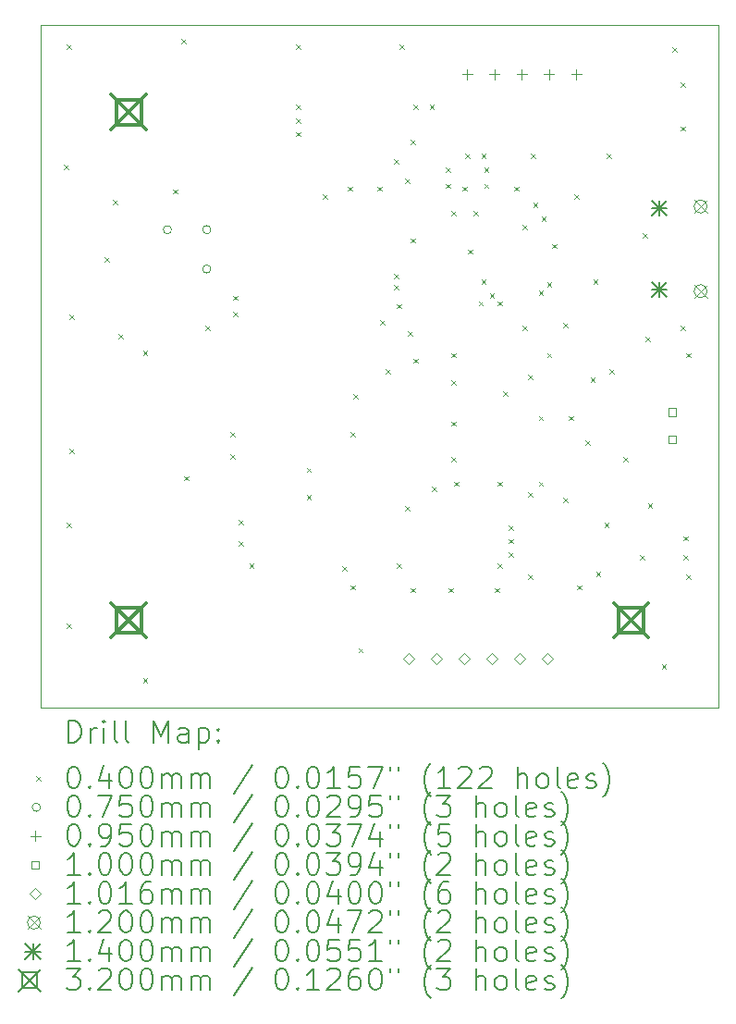
<source format=gbr>
%FSLAX45Y45*%
G04 Gerber Fmt 4.5, Leading zero omitted, Abs format (unit mm)*
G04 Created by KiCad (PCBNEW 6.0.2-378541a8eb~116~ubuntu20.04.1) date 2022-03-07 01:05:29*
%MOMM*%
%LPD*%
G01*
G04 APERTURE LIST*
%TA.AperFunction,Profile*%
%ADD10C,0.100000*%
%TD*%
%ADD11C,0.200000*%
%ADD12C,0.040000*%
%ADD13C,0.075000*%
%ADD14C,0.095000*%
%ADD15C,0.100000*%
%ADD16C,0.101600*%
%ADD17C,0.120000*%
%ADD18C,0.140000*%
%ADD19C,0.320000*%
G04 APERTURE END LIST*
D10*
X9997500Y-7200000D02*
X16200000Y-7200000D01*
X16200000Y-7200000D02*
X16200000Y-13452500D01*
X16200000Y-13452500D02*
X9997500Y-13452500D01*
X9997500Y-13452500D02*
X9997500Y-7200000D01*
D11*
D12*
X10205000Y-8480000D02*
X10245000Y-8520000D01*
X10245000Y-8480000D02*
X10205000Y-8520000D01*
X10230000Y-7380000D02*
X10270000Y-7420000D01*
X10270000Y-7380000D02*
X10230000Y-7420000D01*
X10230000Y-11755000D02*
X10270000Y-11795000D01*
X10270000Y-11755000D02*
X10230000Y-11795000D01*
X10230000Y-12680000D02*
X10270000Y-12720000D01*
X10270000Y-12680000D02*
X10230000Y-12720000D01*
X10255000Y-9855000D02*
X10295000Y-9895000D01*
X10295000Y-9855000D02*
X10255000Y-9895000D01*
X10255000Y-11080000D02*
X10295000Y-11120000D01*
X10295000Y-11080000D02*
X10255000Y-11120000D01*
X10580000Y-9330000D02*
X10620000Y-9370000D01*
X10620000Y-9330000D02*
X10580000Y-9370000D01*
X10655000Y-8805000D02*
X10695000Y-8845000D01*
X10695000Y-8805000D02*
X10655000Y-8845000D01*
X10705000Y-10030000D02*
X10745000Y-10070000D01*
X10745000Y-10030000D02*
X10705000Y-10070000D01*
X10930000Y-10180000D02*
X10970000Y-10220000D01*
X10970000Y-10180000D02*
X10930000Y-10220000D01*
X10930000Y-13180000D02*
X10970000Y-13220000D01*
X10970000Y-13180000D02*
X10930000Y-13220000D01*
X11205000Y-8705000D02*
X11245000Y-8745000D01*
X11245000Y-8705000D02*
X11205000Y-8745000D01*
X11280000Y-7330000D02*
X11320000Y-7370000D01*
X11320000Y-7330000D02*
X11280000Y-7370000D01*
X11305000Y-11330000D02*
X11345000Y-11370000D01*
X11345000Y-11330000D02*
X11305000Y-11370000D01*
X11505000Y-9955000D02*
X11545000Y-9995000D01*
X11545000Y-9955000D02*
X11505000Y-9995000D01*
X11730000Y-10930000D02*
X11770000Y-10970000D01*
X11770000Y-10930000D02*
X11730000Y-10970000D01*
X11730000Y-11130000D02*
X11770000Y-11170000D01*
X11770000Y-11130000D02*
X11730000Y-11170000D01*
X11755000Y-9680000D02*
X11795000Y-9720000D01*
X11795000Y-9680000D02*
X11755000Y-9720000D01*
X11755000Y-9830000D02*
X11795000Y-9870000D01*
X11795000Y-9830000D02*
X11755000Y-9870000D01*
X11805000Y-11730000D02*
X11845000Y-11770000D01*
X11845000Y-11730000D02*
X11805000Y-11770000D01*
X11805000Y-11930000D02*
X11845000Y-11970000D01*
X11845000Y-11930000D02*
X11805000Y-11970000D01*
X11905000Y-12130000D02*
X11945000Y-12170000D01*
X11945000Y-12130000D02*
X11905000Y-12170000D01*
X12330000Y-7380000D02*
X12370000Y-7420000D01*
X12370000Y-7380000D02*
X12330000Y-7420000D01*
X12330000Y-7930000D02*
X12370000Y-7970000D01*
X12370000Y-7930000D02*
X12330000Y-7970000D01*
X12330000Y-8055000D02*
X12370000Y-8095000D01*
X12370000Y-8055000D02*
X12330000Y-8095000D01*
X12330000Y-8180000D02*
X12370000Y-8220000D01*
X12370000Y-8180000D02*
X12330000Y-8220000D01*
X12430000Y-11255000D02*
X12470000Y-11295000D01*
X12470000Y-11255000D02*
X12430000Y-11295000D01*
X12430000Y-11505000D02*
X12470000Y-11545000D01*
X12470000Y-11505000D02*
X12430000Y-11545000D01*
X12580000Y-8755000D02*
X12620000Y-8795000D01*
X12620000Y-8755000D02*
X12580000Y-8795000D01*
X12755000Y-12155000D02*
X12795000Y-12195000D01*
X12795000Y-12155000D02*
X12755000Y-12195000D01*
X12805000Y-8680000D02*
X12845000Y-8720000D01*
X12845000Y-8680000D02*
X12805000Y-8720000D01*
X12830000Y-10930000D02*
X12870000Y-10970000D01*
X12870000Y-10930000D02*
X12830000Y-10970000D01*
X12830000Y-12330000D02*
X12870000Y-12370000D01*
X12870000Y-12330000D02*
X12830000Y-12370000D01*
X12855000Y-10580000D02*
X12895000Y-10620000D01*
X12895000Y-10580000D02*
X12855000Y-10620000D01*
X12905000Y-12905000D02*
X12945000Y-12945000D01*
X12945000Y-12905000D02*
X12905000Y-12945000D01*
X13080000Y-8680000D02*
X13120000Y-8720000D01*
X13120000Y-8680000D02*
X13080000Y-8720000D01*
X13105000Y-9905000D02*
X13145000Y-9945000D01*
X13145000Y-9905000D02*
X13105000Y-9945000D01*
X13155000Y-10355000D02*
X13195000Y-10395000D01*
X13195000Y-10355000D02*
X13155000Y-10395000D01*
X13230000Y-8430000D02*
X13270000Y-8470000D01*
X13270000Y-8430000D02*
X13230000Y-8470000D01*
X13230000Y-9480000D02*
X13270000Y-9520000D01*
X13270000Y-9480000D02*
X13230000Y-9520000D01*
X13231230Y-9581230D02*
X13271230Y-9621230D01*
X13271230Y-9581230D02*
X13231230Y-9621230D01*
X13255000Y-9755000D02*
X13295000Y-9795000D01*
X13295000Y-9755000D02*
X13255000Y-9795000D01*
X13255000Y-12130000D02*
X13295000Y-12170000D01*
X13295000Y-12130000D02*
X13255000Y-12170000D01*
X13280000Y-7380000D02*
X13320000Y-7420000D01*
X13320000Y-7380000D02*
X13280000Y-7420000D01*
X13330000Y-8605000D02*
X13370000Y-8645000D01*
X13370000Y-8605000D02*
X13330000Y-8645000D01*
X13330000Y-11605000D02*
X13370000Y-11645000D01*
X13370000Y-11605000D02*
X13330000Y-11645000D01*
X13355000Y-10005000D02*
X13395000Y-10045000D01*
X13395000Y-10005000D02*
X13355000Y-10045000D01*
X13380000Y-8255000D02*
X13420000Y-8295000D01*
X13420000Y-8255000D02*
X13380000Y-8295000D01*
X13380000Y-9155000D02*
X13420000Y-9195000D01*
X13420000Y-9155000D02*
X13380000Y-9195000D01*
X13380000Y-12355000D02*
X13420000Y-12395000D01*
X13420000Y-12355000D02*
X13380000Y-12395000D01*
X13405000Y-7930000D02*
X13445000Y-7970000D01*
X13445000Y-7930000D02*
X13405000Y-7970000D01*
X13405000Y-10255000D02*
X13445000Y-10295000D01*
X13445000Y-10255000D02*
X13405000Y-10295000D01*
X13555000Y-7930000D02*
X13595000Y-7970000D01*
X13595000Y-7930000D02*
X13555000Y-7970000D01*
X13580000Y-11430000D02*
X13620000Y-11470000D01*
X13620000Y-11430000D02*
X13580000Y-11470000D01*
X13705000Y-8505000D02*
X13745000Y-8545000D01*
X13745000Y-8505000D02*
X13705000Y-8545000D01*
X13705000Y-8655000D02*
X13745000Y-8695000D01*
X13745000Y-8655000D02*
X13705000Y-8695000D01*
X13730000Y-12355000D02*
X13770000Y-12395000D01*
X13770000Y-12355000D02*
X13730000Y-12395000D01*
X13755000Y-10205000D02*
X13795000Y-10245000D01*
X13795000Y-10205000D02*
X13755000Y-10245000D01*
X13755000Y-10455000D02*
X13795000Y-10495000D01*
X13795000Y-10455000D02*
X13755000Y-10495000D01*
X13755000Y-10830000D02*
X13795000Y-10870000D01*
X13795000Y-10830000D02*
X13755000Y-10870000D01*
X13755000Y-11155000D02*
X13795000Y-11195000D01*
X13795000Y-11155000D02*
X13755000Y-11195000D01*
X13756230Y-8903770D02*
X13796230Y-8943770D01*
X13796230Y-8903770D02*
X13756230Y-8943770D01*
X13780000Y-11380000D02*
X13820000Y-11420000D01*
X13820000Y-11380000D02*
X13780000Y-11420000D01*
X13855000Y-8680000D02*
X13895000Y-8720000D01*
X13895000Y-8680000D02*
X13855000Y-8720000D01*
X13880000Y-8380000D02*
X13920000Y-8420000D01*
X13920000Y-8380000D02*
X13880000Y-8420000D01*
X13905000Y-9255000D02*
X13945000Y-9295000D01*
X13945000Y-9255000D02*
X13905000Y-9295000D01*
X13955000Y-8905000D02*
X13995000Y-8945000D01*
X13995000Y-8905000D02*
X13955000Y-8945000D01*
X14005000Y-9730000D02*
X14045000Y-9770000D01*
X14045000Y-9730000D02*
X14005000Y-9770000D01*
X14030000Y-8380000D02*
X14070000Y-8420000D01*
X14070000Y-8380000D02*
X14030000Y-8420000D01*
X14030000Y-9530000D02*
X14070000Y-9570000D01*
X14070000Y-9530000D02*
X14030000Y-9570000D01*
X14055000Y-8505000D02*
X14095000Y-8545000D01*
X14095000Y-8505000D02*
X14055000Y-8545000D01*
X14055000Y-8655000D02*
X14095000Y-8695000D01*
X14095000Y-8655000D02*
X14055000Y-8695000D01*
X14105000Y-9655000D02*
X14145000Y-9695000D01*
X14145000Y-9655000D02*
X14105000Y-9695000D01*
X14155000Y-12355000D02*
X14195000Y-12395000D01*
X14195000Y-12355000D02*
X14155000Y-12395000D01*
X14180000Y-9730000D02*
X14220000Y-9770000D01*
X14220000Y-9730000D02*
X14180000Y-9770000D01*
X14180000Y-11380000D02*
X14220000Y-11420000D01*
X14220000Y-11380000D02*
X14180000Y-11420000D01*
X14180000Y-12130000D02*
X14220000Y-12170000D01*
X14220000Y-12130000D02*
X14180000Y-12170000D01*
X14230000Y-10555000D02*
X14270000Y-10595000D01*
X14270000Y-10555000D02*
X14230000Y-10595000D01*
X14280000Y-11780000D02*
X14320000Y-11820000D01*
X14320000Y-11780000D02*
X14280000Y-11820000D01*
X14280000Y-11905000D02*
X14320000Y-11945000D01*
X14320000Y-11905000D02*
X14280000Y-11945000D01*
X14280000Y-12030000D02*
X14320000Y-12070000D01*
X14320000Y-12030000D02*
X14280000Y-12070000D01*
X14330000Y-8680000D02*
X14370000Y-8720000D01*
X14370000Y-8680000D02*
X14330000Y-8720000D01*
X14405000Y-9030000D02*
X14445000Y-9070000D01*
X14445000Y-9030000D02*
X14405000Y-9070000D01*
X14405000Y-9955000D02*
X14445000Y-9995000D01*
X14445000Y-9955000D02*
X14405000Y-9995000D01*
X14455000Y-10405000D02*
X14495000Y-10445000D01*
X14495000Y-10405000D02*
X14455000Y-10445000D01*
X14455000Y-11480000D02*
X14495000Y-11520000D01*
X14495000Y-11480000D02*
X14455000Y-11520000D01*
X14455000Y-12230000D02*
X14495000Y-12270000D01*
X14495000Y-12230000D02*
X14455000Y-12270000D01*
X14480000Y-8380000D02*
X14520000Y-8420000D01*
X14520000Y-8380000D02*
X14480000Y-8420000D01*
X14505000Y-8830000D02*
X14545000Y-8870000D01*
X14545000Y-8830000D02*
X14505000Y-8870000D01*
X14555000Y-9630000D02*
X14595000Y-9670000D01*
X14595000Y-9630000D02*
X14555000Y-9670000D01*
X14555000Y-10780000D02*
X14595000Y-10820000D01*
X14595000Y-10780000D02*
X14555000Y-10820000D01*
X14555000Y-11380000D02*
X14595000Y-11420000D01*
X14595000Y-11380000D02*
X14555000Y-11420000D01*
X14580000Y-8955000D02*
X14620000Y-8995000D01*
X14620000Y-8955000D02*
X14580000Y-8995000D01*
X14630000Y-9555000D02*
X14670000Y-9595000D01*
X14670000Y-9555000D02*
X14630000Y-9595000D01*
X14630000Y-10205000D02*
X14670000Y-10245000D01*
X14670000Y-10205000D02*
X14630000Y-10245000D01*
X14680000Y-9205000D02*
X14720000Y-9245000D01*
X14720000Y-9205000D02*
X14680000Y-9245000D01*
X14780000Y-9930000D02*
X14820000Y-9970000D01*
X14820000Y-9930000D02*
X14780000Y-9970000D01*
X14780000Y-11530000D02*
X14820000Y-11570000D01*
X14820000Y-11530000D02*
X14780000Y-11570000D01*
X14830000Y-10780000D02*
X14870000Y-10820000D01*
X14870000Y-10780000D02*
X14830000Y-10820000D01*
X14880000Y-8755000D02*
X14920000Y-8795000D01*
X14920000Y-8755000D02*
X14880000Y-8795000D01*
X14905000Y-12330000D02*
X14945000Y-12370000D01*
X14945000Y-12330000D02*
X14905000Y-12370000D01*
X14980000Y-11005000D02*
X15020000Y-11045000D01*
X15020000Y-11005000D02*
X14980000Y-11045000D01*
X15030000Y-10430000D02*
X15070000Y-10470000D01*
X15070000Y-10430000D02*
X15030000Y-10470000D01*
X15055000Y-9530000D02*
X15095000Y-9570000D01*
X15095000Y-9530000D02*
X15055000Y-9570000D01*
X15080000Y-12205000D02*
X15120000Y-12245000D01*
X15120000Y-12205000D02*
X15080000Y-12245000D01*
X15155000Y-11755000D02*
X15195000Y-11795000D01*
X15195000Y-11755000D02*
X15155000Y-11795000D01*
X15180000Y-8380000D02*
X15220000Y-8420000D01*
X15220000Y-8380000D02*
X15180000Y-8420000D01*
X15205000Y-10355000D02*
X15245000Y-10395000D01*
X15245000Y-10355000D02*
X15205000Y-10395000D01*
X15330000Y-11155000D02*
X15370000Y-11195000D01*
X15370000Y-11155000D02*
X15330000Y-11195000D01*
X15480000Y-12055000D02*
X15520000Y-12095000D01*
X15520000Y-12055000D02*
X15480000Y-12095000D01*
X15505000Y-9105000D02*
X15545000Y-9145000D01*
X15545000Y-9105000D02*
X15505000Y-9145000D01*
X15530000Y-10055000D02*
X15570000Y-10095000D01*
X15570000Y-10055000D02*
X15530000Y-10095000D01*
X15555000Y-11580000D02*
X15595000Y-11620000D01*
X15595000Y-11580000D02*
X15555000Y-11620000D01*
X15680000Y-13055000D02*
X15720000Y-13095000D01*
X15720000Y-13055000D02*
X15680000Y-13095000D01*
X15780000Y-7405000D02*
X15820000Y-7445000D01*
X15820000Y-7405000D02*
X15780000Y-7445000D01*
X15855000Y-7730000D02*
X15895000Y-7770000D01*
X15895000Y-7730000D02*
X15855000Y-7770000D01*
X15855000Y-8130000D02*
X15895000Y-8170000D01*
X15895000Y-8130000D02*
X15855000Y-8170000D01*
X15855000Y-9955000D02*
X15895000Y-9995000D01*
X15895000Y-9955000D02*
X15855000Y-9995000D01*
X15880000Y-11880000D02*
X15920000Y-11920000D01*
X15920000Y-11880000D02*
X15880000Y-11920000D01*
X15880000Y-12055000D02*
X15920000Y-12095000D01*
X15920000Y-12055000D02*
X15880000Y-12095000D01*
X15905000Y-10205000D02*
X15945000Y-10245000D01*
X15945000Y-10205000D02*
X15905000Y-10245000D01*
X15905000Y-12230000D02*
X15945000Y-12270000D01*
X15945000Y-12230000D02*
X15905000Y-12270000D01*
D13*
X11192500Y-9075000D02*
G75*
G03*
X11192500Y-9075000I-37500J0D01*
G01*
X11552500Y-9075000D02*
G75*
G03*
X11552500Y-9075000I-37500J0D01*
G01*
X11552500Y-9435000D02*
G75*
G03*
X11552500Y-9435000I-37500J0D01*
G01*
D14*
X13900000Y-7605000D02*
X13900000Y-7700000D01*
X13852500Y-7652500D02*
X13947500Y-7652500D01*
X14150000Y-7605000D02*
X14150000Y-7700000D01*
X14102500Y-7652500D02*
X14197500Y-7652500D01*
X14400000Y-7605000D02*
X14400000Y-7700000D01*
X14352500Y-7652500D02*
X14447500Y-7652500D01*
X14650000Y-7605000D02*
X14650000Y-7700000D01*
X14602500Y-7652500D02*
X14697500Y-7652500D01*
X14900000Y-7605000D02*
X14900000Y-7700000D01*
X14852500Y-7652500D02*
X14947500Y-7652500D01*
D15*
X15812656Y-10779206D02*
X15812656Y-10708494D01*
X15741944Y-10708494D01*
X15741944Y-10779206D01*
X15812656Y-10779206D01*
X15812656Y-11029206D02*
X15812656Y-10958494D01*
X15741944Y-10958494D01*
X15741944Y-11029206D01*
X15812656Y-11029206D01*
D16*
X13365000Y-13050800D02*
X13415800Y-13000000D01*
X13365000Y-12949200D01*
X13314200Y-13000000D01*
X13365000Y-13050800D01*
X13619000Y-13050800D02*
X13669800Y-13000000D01*
X13619000Y-12949200D01*
X13568200Y-13000000D01*
X13619000Y-13050800D01*
X13873000Y-13050800D02*
X13923800Y-13000000D01*
X13873000Y-12949200D01*
X13822200Y-13000000D01*
X13873000Y-13050800D01*
X14127000Y-13050800D02*
X14177800Y-13000000D01*
X14127000Y-12949200D01*
X14076200Y-13000000D01*
X14127000Y-13050800D01*
X14381000Y-13050800D02*
X14431800Y-13000000D01*
X14381000Y-12949200D01*
X14330200Y-13000000D01*
X14381000Y-13050800D01*
X14635000Y-13050800D02*
X14685800Y-13000000D01*
X14635000Y-12949200D01*
X14584200Y-13000000D01*
X14635000Y-13050800D01*
D17*
X15977000Y-8803000D02*
X16097000Y-8923000D01*
X16097000Y-8803000D02*
X15977000Y-8923000D01*
X16097000Y-8863000D02*
G75*
G03*
X16097000Y-8863000I-60000J0D01*
G01*
X15977000Y-9578000D02*
X16097000Y-9698000D01*
X16097000Y-9578000D02*
X15977000Y-9698000D01*
X16097000Y-9638000D02*
G75*
G03*
X16097000Y-9638000I-60000J0D01*
G01*
D18*
X15587000Y-8808000D02*
X15727000Y-8948000D01*
X15727000Y-8808000D02*
X15587000Y-8948000D01*
X15657000Y-8808000D02*
X15657000Y-8948000D01*
X15587000Y-8878000D02*
X15727000Y-8878000D01*
X15587000Y-9553000D02*
X15727000Y-9693000D01*
X15727000Y-9553000D02*
X15587000Y-9693000D01*
X15657000Y-9553000D02*
X15657000Y-9693000D01*
X15587000Y-9623000D02*
X15727000Y-9623000D01*
D19*
X10640000Y-7840000D02*
X10960000Y-8160000D01*
X10960000Y-7840000D02*
X10640000Y-8160000D01*
X10913138Y-8113138D02*
X10913138Y-7886862D01*
X10686862Y-7886862D01*
X10686862Y-8113138D01*
X10913138Y-8113138D01*
X10640000Y-12490000D02*
X10960000Y-12810000D01*
X10960000Y-12490000D02*
X10640000Y-12810000D01*
X10913138Y-12763138D02*
X10913138Y-12536862D01*
X10686862Y-12536862D01*
X10686862Y-12763138D01*
X10913138Y-12763138D01*
X15240000Y-12490000D02*
X15560000Y-12810000D01*
X15560000Y-12490000D02*
X15240000Y-12810000D01*
X15513138Y-12763138D02*
X15513138Y-12536862D01*
X15286862Y-12536862D01*
X15286862Y-12763138D01*
X15513138Y-12763138D01*
D11*
X10250119Y-13767976D02*
X10250119Y-13567976D01*
X10297738Y-13567976D01*
X10326310Y-13577500D01*
X10345357Y-13596548D01*
X10354881Y-13615595D01*
X10364405Y-13653690D01*
X10364405Y-13682262D01*
X10354881Y-13720357D01*
X10345357Y-13739405D01*
X10326310Y-13758452D01*
X10297738Y-13767976D01*
X10250119Y-13767976D01*
X10450119Y-13767976D02*
X10450119Y-13634643D01*
X10450119Y-13672738D02*
X10459643Y-13653690D01*
X10469167Y-13644167D01*
X10488214Y-13634643D01*
X10507262Y-13634643D01*
X10573929Y-13767976D02*
X10573929Y-13634643D01*
X10573929Y-13567976D02*
X10564405Y-13577500D01*
X10573929Y-13587024D01*
X10583452Y-13577500D01*
X10573929Y-13567976D01*
X10573929Y-13587024D01*
X10697738Y-13767976D02*
X10678690Y-13758452D01*
X10669167Y-13739405D01*
X10669167Y-13567976D01*
X10802500Y-13767976D02*
X10783452Y-13758452D01*
X10773929Y-13739405D01*
X10773929Y-13567976D01*
X11031071Y-13767976D02*
X11031071Y-13567976D01*
X11097738Y-13710833D01*
X11164405Y-13567976D01*
X11164405Y-13767976D01*
X11345357Y-13767976D02*
X11345357Y-13663214D01*
X11335833Y-13644167D01*
X11316786Y-13634643D01*
X11278690Y-13634643D01*
X11259643Y-13644167D01*
X11345357Y-13758452D02*
X11326309Y-13767976D01*
X11278690Y-13767976D01*
X11259643Y-13758452D01*
X11250119Y-13739405D01*
X11250119Y-13720357D01*
X11259643Y-13701309D01*
X11278690Y-13691786D01*
X11326309Y-13691786D01*
X11345357Y-13682262D01*
X11440595Y-13634643D02*
X11440595Y-13834643D01*
X11440595Y-13644167D02*
X11459643Y-13634643D01*
X11497738Y-13634643D01*
X11516786Y-13644167D01*
X11526309Y-13653690D01*
X11535833Y-13672738D01*
X11535833Y-13729881D01*
X11526309Y-13748928D01*
X11516786Y-13758452D01*
X11497738Y-13767976D01*
X11459643Y-13767976D01*
X11440595Y-13758452D01*
X11621548Y-13748928D02*
X11631071Y-13758452D01*
X11621548Y-13767976D01*
X11612024Y-13758452D01*
X11621548Y-13748928D01*
X11621548Y-13767976D01*
X11621548Y-13644167D02*
X11631071Y-13653690D01*
X11621548Y-13663214D01*
X11612024Y-13653690D01*
X11621548Y-13644167D01*
X11621548Y-13663214D01*
D12*
X9952500Y-14077500D02*
X9992500Y-14117500D01*
X9992500Y-14077500D02*
X9952500Y-14117500D01*
D11*
X10288214Y-13987976D02*
X10307262Y-13987976D01*
X10326310Y-13997500D01*
X10335833Y-14007024D01*
X10345357Y-14026071D01*
X10354881Y-14064167D01*
X10354881Y-14111786D01*
X10345357Y-14149881D01*
X10335833Y-14168928D01*
X10326310Y-14178452D01*
X10307262Y-14187976D01*
X10288214Y-14187976D01*
X10269167Y-14178452D01*
X10259643Y-14168928D01*
X10250119Y-14149881D01*
X10240595Y-14111786D01*
X10240595Y-14064167D01*
X10250119Y-14026071D01*
X10259643Y-14007024D01*
X10269167Y-13997500D01*
X10288214Y-13987976D01*
X10440595Y-14168928D02*
X10450119Y-14178452D01*
X10440595Y-14187976D01*
X10431071Y-14178452D01*
X10440595Y-14168928D01*
X10440595Y-14187976D01*
X10621548Y-14054643D02*
X10621548Y-14187976D01*
X10573929Y-13978452D02*
X10526310Y-14121309D01*
X10650119Y-14121309D01*
X10764405Y-13987976D02*
X10783452Y-13987976D01*
X10802500Y-13997500D01*
X10812024Y-14007024D01*
X10821548Y-14026071D01*
X10831071Y-14064167D01*
X10831071Y-14111786D01*
X10821548Y-14149881D01*
X10812024Y-14168928D01*
X10802500Y-14178452D01*
X10783452Y-14187976D01*
X10764405Y-14187976D01*
X10745357Y-14178452D01*
X10735833Y-14168928D01*
X10726310Y-14149881D01*
X10716786Y-14111786D01*
X10716786Y-14064167D01*
X10726310Y-14026071D01*
X10735833Y-14007024D01*
X10745357Y-13997500D01*
X10764405Y-13987976D01*
X10954881Y-13987976D02*
X10973929Y-13987976D01*
X10992976Y-13997500D01*
X11002500Y-14007024D01*
X11012024Y-14026071D01*
X11021548Y-14064167D01*
X11021548Y-14111786D01*
X11012024Y-14149881D01*
X11002500Y-14168928D01*
X10992976Y-14178452D01*
X10973929Y-14187976D01*
X10954881Y-14187976D01*
X10935833Y-14178452D01*
X10926310Y-14168928D01*
X10916786Y-14149881D01*
X10907262Y-14111786D01*
X10907262Y-14064167D01*
X10916786Y-14026071D01*
X10926310Y-14007024D01*
X10935833Y-13997500D01*
X10954881Y-13987976D01*
X11107262Y-14187976D02*
X11107262Y-14054643D01*
X11107262Y-14073690D02*
X11116786Y-14064167D01*
X11135833Y-14054643D01*
X11164405Y-14054643D01*
X11183452Y-14064167D01*
X11192976Y-14083214D01*
X11192976Y-14187976D01*
X11192976Y-14083214D02*
X11202500Y-14064167D01*
X11221548Y-14054643D01*
X11250119Y-14054643D01*
X11269167Y-14064167D01*
X11278690Y-14083214D01*
X11278690Y-14187976D01*
X11373928Y-14187976D02*
X11373928Y-14054643D01*
X11373928Y-14073690D02*
X11383452Y-14064167D01*
X11402500Y-14054643D01*
X11431071Y-14054643D01*
X11450119Y-14064167D01*
X11459643Y-14083214D01*
X11459643Y-14187976D01*
X11459643Y-14083214D02*
X11469167Y-14064167D01*
X11488214Y-14054643D01*
X11516786Y-14054643D01*
X11535833Y-14064167D01*
X11545357Y-14083214D01*
X11545357Y-14187976D01*
X11935833Y-13978452D02*
X11764405Y-14235595D01*
X12192976Y-13987976D02*
X12212024Y-13987976D01*
X12231071Y-13997500D01*
X12240595Y-14007024D01*
X12250119Y-14026071D01*
X12259643Y-14064167D01*
X12259643Y-14111786D01*
X12250119Y-14149881D01*
X12240595Y-14168928D01*
X12231071Y-14178452D01*
X12212024Y-14187976D01*
X12192976Y-14187976D01*
X12173928Y-14178452D01*
X12164405Y-14168928D01*
X12154881Y-14149881D01*
X12145357Y-14111786D01*
X12145357Y-14064167D01*
X12154881Y-14026071D01*
X12164405Y-14007024D01*
X12173928Y-13997500D01*
X12192976Y-13987976D01*
X12345357Y-14168928D02*
X12354881Y-14178452D01*
X12345357Y-14187976D01*
X12335833Y-14178452D01*
X12345357Y-14168928D01*
X12345357Y-14187976D01*
X12478690Y-13987976D02*
X12497738Y-13987976D01*
X12516786Y-13997500D01*
X12526309Y-14007024D01*
X12535833Y-14026071D01*
X12545357Y-14064167D01*
X12545357Y-14111786D01*
X12535833Y-14149881D01*
X12526309Y-14168928D01*
X12516786Y-14178452D01*
X12497738Y-14187976D01*
X12478690Y-14187976D01*
X12459643Y-14178452D01*
X12450119Y-14168928D01*
X12440595Y-14149881D01*
X12431071Y-14111786D01*
X12431071Y-14064167D01*
X12440595Y-14026071D01*
X12450119Y-14007024D01*
X12459643Y-13997500D01*
X12478690Y-13987976D01*
X12735833Y-14187976D02*
X12621548Y-14187976D01*
X12678690Y-14187976D02*
X12678690Y-13987976D01*
X12659643Y-14016548D01*
X12640595Y-14035595D01*
X12621548Y-14045119D01*
X12916786Y-13987976D02*
X12821548Y-13987976D01*
X12812024Y-14083214D01*
X12821548Y-14073690D01*
X12840595Y-14064167D01*
X12888214Y-14064167D01*
X12907262Y-14073690D01*
X12916786Y-14083214D01*
X12926309Y-14102262D01*
X12926309Y-14149881D01*
X12916786Y-14168928D01*
X12907262Y-14178452D01*
X12888214Y-14187976D01*
X12840595Y-14187976D01*
X12821548Y-14178452D01*
X12812024Y-14168928D01*
X12992976Y-13987976D02*
X13126309Y-13987976D01*
X13040595Y-14187976D01*
X13192976Y-13987976D02*
X13192976Y-14026071D01*
X13269167Y-13987976D02*
X13269167Y-14026071D01*
X13564405Y-14264167D02*
X13554881Y-14254643D01*
X13535833Y-14226071D01*
X13526309Y-14207024D01*
X13516786Y-14178452D01*
X13507262Y-14130833D01*
X13507262Y-14092738D01*
X13516786Y-14045119D01*
X13526309Y-14016548D01*
X13535833Y-13997500D01*
X13554881Y-13968928D01*
X13564405Y-13959405D01*
X13745357Y-14187976D02*
X13631071Y-14187976D01*
X13688214Y-14187976D02*
X13688214Y-13987976D01*
X13669167Y-14016548D01*
X13650119Y-14035595D01*
X13631071Y-14045119D01*
X13821548Y-14007024D02*
X13831071Y-13997500D01*
X13850119Y-13987976D01*
X13897738Y-13987976D01*
X13916786Y-13997500D01*
X13926309Y-14007024D01*
X13935833Y-14026071D01*
X13935833Y-14045119D01*
X13926309Y-14073690D01*
X13812024Y-14187976D01*
X13935833Y-14187976D01*
X14012024Y-14007024D02*
X14021548Y-13997500D01*
X14040595Y-13987976D01*
X14088214Y-13987976D01*
X14107262Y-13997500D01*
X14116786Y-14007024D01*
X14126309Y-14026071D01*
X14126309Y-14045119D01*
X14116786Y-14073690D01*
X14002500Y-14187976D01*
X14126309Y-14187976D01*
X14364405Y-14187976D02*
X14364405Y-13987976D01*
X14450119Y-14187976D02*
X14450119Y-14083214D01*
X14440595Y-14064167D01*
X14421548Y-14054643D01*
X14392976Y-14054643D01*
X14373928Y-14064167D01*
X14364405Y-14073690D01*
X14573928Y-14187976D02*
X14554881Y-14178452D01*
X14545357Y-14168928D01*
X14535833Y-14149881D01*
X14535833Y-14092738D01*
X14545357Y-14073690D01*
X14554881Y-14064167D01*
X14573928Y-14054643D01*
X14602500Y-14054643D01*
X14621548Y-14064167D01*
X14631071Y-14073690D01*
X14640595Y-14092738D01*
X14640595Y-14149881D01*
X14631071Y-14168928D01*
X14621548Y-14178452D01*
X14602500Y-14187976D01*
X14573928Y-14187976D01*
X14754881Y-14187976D02*
X14735833Y-14178452D01*
X14726309Y-14159405D01*
X14726309Y-13987976D01*
X14907262Y-14178452D02*
X14888214Y-14187976D01*
X14850119Y-14187976D01*
X14831071Y-14178452D01*
X14821548Y-14159405D01*
X14821548Y-14083214D01*
X14831071Y-14064167D01*
X14850119Y-14054643D01*
X14888214Y-14054643D01*
X14907262Y-14064167D01*
X14916786Y-14083214D01*
X14916786Y-14102262D01*
X14821548Y-14121309D01*
X14992976Y-14178452D02*
X15012024Y-14187976D01*
X15050119Y-14187976D01*
X15069167Y-14178452D01*
X15078690Y-14159405D01*
X15078690Y-14149881D01*
X15069167Y-14130833D01*
X15050119Y-14121309D01*
X15021548Y-14121309D01*
X15002500Y-14111786D01*
X14992976Y-14092738D01*
X14992976Y-14083214D01*
X15002500Y-14064167D01*
X15021548Y-14054643D01*
X15050119Y-14054643D01*
X15069167Y-14064167D01*
X15145357Y-14264167D02*
X15154881Y-14254643D01*
X15173928Y-14226071D01*
X15183452Y-14207024D01*
X15192976Y-14178452D01*
X15202500Y-14130833D01*
X15202500Y-14092738D01*
X15192976Y-14045119D01*
X15183452Y-14016548D01*
X15173928Y-13997500D01*
X15154881Y-13968928D01*
X15145357Y-13959405D01*
D13*
X9992500Y-14361500D02*
G75*
G03*
X9992500Y-14361500I-37500J0D01*
G01*
D11*
X10288214Y-14251976D02*
X10307262Y-14251976D01*
X10326310Y-14261500D01*
X10335833Y-14271024D01*
X10345357Y-14290071D01*
X10354881Y-14328167D01*
X10354881Y-14375786D01*
X10345357Y-14413881D01*
X10335833Y-14432928D01*
X10326310Y-14442452D01*
X10307262Y-14451976D01*
X10288214Y-14451976D01*
X10269167Y-14442452D01*
X10259643Y-14432928D01*
X10250119Y-14413881D01*
X10240595Y-14375786D01*
X10240595Y-14328167D01*
X10250119Y-14290071D01*
X10259643Y-14271024D01*
X10269167Y-14261500D01*
X10288214Y-14251976D01*
X10440595Y-14432928D02*
X10450119Y-14442452D01*
X10440595Y-14451976D01*
X10431071Y-14442452D01*
X10440595Y-14432928D01*
X10440595Y-14451976D01*
X10516786Y-14251976D02*
X10650119Y-14251976D01*
X10564405Y-14451976D01*
X10821548Y-14251976D02*
X10726310Y-14251976D01*
X10716786Y-14347214D01*
X10726310Y-14337690D01*
X10745357Y-14328167D01*
X10792976Y-14328167D01*
X10812024Y-14337690D01*
X10821548Y-14347214D01*
X10831071Y-14366262D01*
X10831071Y-14413881D01*
X10821548Y-14432928D01*
X10812024Y-14442452D01*
X10792976Y-14451976D01*
X10745357Y-14451976D01*
X10726310Y-14442452D01*
X10716786Y-14432928D01*
X10954881Y-14251976D02*
X10973929Y-14251976D01*
X10992976Y-14261500D01*
X11002500Y-14271024D01*
X11012024Y-14290071D01*
X11021548Y-14328167D01*
X11021548Y-14375786D01*
X11012024Y-14413881D01*
X11002500Y-14432928D01*
X10992976Y-14442452D01*
X10973929Y-14451976D01*
X10954881Y-14451976D01*
X10935833Y-14442452D01*
X10926310Y-14432928D01*
X10916786Y-14413881D01*
X10907262Y-14375786D01*
X10907262Y-14328167D01*
X10916786Y-14290071D01*
X10926310Y-14271024D01*
X10935833Y-14261500D01*
X10954881Y-14251976D01*
X11107262Y-14451976D02*
X11107262Y-14318643D01*
X11107262Y-14337690D02*
X11116786Y-14328167D01*
X11135833Y-14318643D01*
X11164405Y-14318643D01*
X11183452Y-14328167D01*
X11192976Y-14347214D01*
X11192976Y-14451976D01*
X11192976Y-14347214D02*
X11202500Y-14328167D01*
X11221548Y-14318643D01*
X11250119Y-14318643D01*
X11269167Y-14328167D01*
X11278690Y-14347214D01*
X11278690Y-14451976D01*
X11373928Y-14451976D02*
X11373928Y-14318643D01*
X11373928Y-14337690D02*
X11383452Y-14328167D01*
X11402500Y-14318643D01*
X11431071Y-14318643D01*
X11450119Y-14328167D01*
X11459643Y-14347214D01*
X11459643Y-14451976D01*
X11459643Y-14347214D02*
X11469167Y-14328167D01*
X11488214Y-14318643D01*
X11516786Y-14318643D01*
X11535833Y-14328167D01*
X11545357Y-14347214D01*
X11545357Y-14451976D01*
X11935833Y-14242452D02*
X11764405Y-14499595D01*
X12192976Y-14251976D02*
X12212024Y-14251976D01*
X12231071Y-14261500D01*
X12240595Y-14271024D01*
X12250119Y-14290071D01*
X12259643Y-14328167D01*
X12259643Y-14375786D01*
X12250119Y-14413881D01*
X12240595Y-14432928D01*
X12231071Y-14442452D01*
X12212024Y-14451976D01*
X12192976Y-14451976D01*
X12173928Y-14442452D01*
X12164405Y-14432928D01*
X12154881Y-14413881D01*
X12145357Y-14375786D01*
X12145357Y-14328167D01*
X12154881Y-14290071D01*
X12164405Y-14271024D01*
X12173928Y-14261500D01*
X12192976Y-14251976D01*
X12345357Y-14432928D02*
X12354881Y-14442452D01*
X12345357Y-14451976D01*
X12335833Y-14442452D01*
X12345357Y-14432928D01*
X12345357Y-14451976D01*
X12478690Y-14251976D02*
X12497738Y-14251976D01*
X12516786Y-14261500D01*
X12526309Y-14271024D01*
X12535833Y-14290071D01*
X12545357Y-14328167D01*
X12545357Y-14375786D01*
X12535833Y-14413881D01*
X12526309Y-14432928D01*
X12516786Y-14442452D01*
X12497738Y-14451976D01*
X12478690Y-14451976D01*
X12459643Y-14442452D01*
X12450119Y-14432928D01*
X12440595Y-14413881D01*
X12431071Y-14375786D01*
X12431071Y-14328167D01*
X12440595Y-14290071D01*
X12450119Y-14271024D01*
X12459643Y-14261500D01*
X12478690Y-14251976D01*
X12621548Y-14271024D02*
X12631071Y-14261500D01*
X12650119Y-14251976D01*
X12697738Y-14251976D01*
X12716786Y-14261500D01*
X12726309Y-14271024D01*
X12735833Y-14290071D01*
X12735833Y-14309119D01*
X12726309Y-14337690D01*
X12612024Y-14451976D01*
X12735833Y-14451976D01*
X12831071Y-14451976D02*
X12869167Y-14451976D01*
X12888214Y-14442452D01*
X12897738Y-14432928D01*
X12916786Y-14404357D01*
X12926309Y-14366262D01*
X12926309Y-14290071D01*
X12916786Y-14271024D01*
X12907262Y-14261500D01*
X12888214Y-14251976D01*
X12850119Y-14251976D01*
X12831071Y-14261500D01*
X12821548Y-14271024D01*
X12812024Y-14290071D01*
X12812024Y-14337690D01*
X12821548Y-14356738D01*
X12831071Y-14366262D01*
X12850119Y-14375786D01*
X12888214Y-14375786D01*
X12907262Y-14366262D01*
X12916786Y-14356738D01*
X12926309Y-14337690D01*
X13107262Y-14251976D02*
X13012024Y-14251976D01*
X13002500Y-14347214D01*
X13012024Y-14337690D01*
X13031071Y-14328167D01*
X13078690Y-14328167D01*
X13097738Y-14337690D01*
X13107262Y-14347214D01*
X13116786Y-14366262D01*
X13116786Y-14413881D01*
X13107262Y-14432928D01*
X13097738Y-14442452D01*
X13078690Y-14451976D01*
X13031071Y-14451976D01*
X13012024Y-14442452D01*
X13002500Y-14432928D01*
X13192976Y-14251976D02*
X13192976Y-14290071D01*
X13269167Y-14251976D02*
X13269167Y-14290071D01*
X13564405Y-14528167D02*
X13554881Y-14518643D01*
X13535833Y-14490071D01*
X13526309Y-14471024D01*
X13516786Y-14442452D01*
X13507262Y-14394833D01*
X13507262Y-14356738D01*
X13516786Y-14309119D01*
X13526309Y-14280548D01*
X13535833Y-14261500D01*
X13554881Y-14232928D01*
X13564405Y-14223405D01*
X13621548Y-14251976D02*
X13745357Y-14251976D01*
X13678690Y-14328167D01*
X13707262Y-14328167D01*
X13726309Y-14337690D01*
X13735833Y-14347214D01*
X13745357Y-14366262D01*
X13745357Y-14413881D01*
X13735833Y-14432928D01*
X13726309Y-14442452D01*
X13707262Y-14451976D01*
X13650119Y-14451976D01*
X13631071Y-14442452D01*
X13621548Y-14432928D01*
X13983452Y-14451976D02*
X13983452Y-14251976D01*
X14069167Y-14451976D02*
X14069167Y-14347214D01*
X14059643Y-14328167D01*
X14040595Y-14318643D01*
X14012024Y-14318643D01*
X13992976Y-14328167D01*
X13983452Y-14337690D01*
X14192976Y-14451976D02*
X14173928Y-14442452D01*
X14164405Y-14432928D01*
X14154881Y-14413881D01*
X14154881Y-14356738D01*
X14164405Y-14337690D01*
X14173928Y-14328167D01*
X14192976Y-14318643D01*
X14221548Y-14318643D01*
X14240595Y-14328167D01*
X14250119Y-14337690D01*
X14259643Y-14356738D01*
X14259643Y-14413881D01*
X14250119Y-14432928D01*
X14240595Y-14442452D01*
X14221548Y-14451976D01*
X14192976Y-14451976D01*
X14373928Y-14451976D02*
X14354881Y-14442452D01*
X14345357Y-14423405D01*
X14345357Y-14251976D01*
X14526309Y-14442452D02*
X14507262Y-14451976D01*
X14469167Y-14451976D01*
X14450119Y-14442452D01*
X14440595Y-14423405D01*
X14440595Y-14347214D01*
X14450119Y-14328167D01*
X14469167Y-14318643D01*
X14507262Y-14318643D01*
X14526309Y-14328167D01*
X14535833Y-14347214D01*
X14535833Y-14366262D01*
X14440595Y-14385309D01*
X14612024Y-14442452D02*
X14631071Y-14451976D01*
X14669167Y-14451976D01*
X14688214Y-14442452D01*
X14697738Y-14423405D01*
X14697738Y-14413881D01*
X14688214Y-14394833D01*
X14669167Y-14385309D01*
X14640595Y-14385309D01*
X14621548Y-14375786D01*
X14612024Y-14356738D01*
X14612024Y-14347214D01*
X14621548Y-14328167D01*
X14640595Y-14318643D01*
X14669167Y-14318643D01*
X14688214Y-14328167D01*
X14764405Y-14528167D02*
X14773928Y-14518643D01*
X14792976Y-14490071D01*
X14802500Y-14471024D01*
X14812024Y-14442452D01*
X14821548Y-14394833D01*
X14821548Y-14356738D01*
X14812024Y-14309119D01*
X14802500Y-14280548D01*
X14792976Y-14261500D01*
X14773928Y-14232928D01*
X14764405Y-14223405D01*
D14*
X9945000Y-14578000D02*
X9945000Y-14673000D01*
X9897500Y-14625500D02*
X9992500Y-14625500D01*
D11*
X10288214Y-14515976D02*
X10307262Y-14515976D01*
X10326310Y-14525500D01*
X10335833Y-14535024D01*
X10345357Y-14554071D01*
X10354881Y-14592167D01*
X10354881Y-14639786D01*
X10345357Y-14677881D01*
X10335833Y-14696928D01*
X10326310Y-14706452D01*
X10307262Y-14715976D01*
X10288214Y-14715976D01*
X10269167Y-14706452D01*
X10259643Y-14696928D01*
X10250119Y-14677881D01*
X10240595Y-14639786D01*
X10240595Y-14592167D01*
X10250119Y-14554071D01*
X10259643Y-14535024D01*
X10269167Y-14525500D01*
X10288214Y-14515976D01*
X10440595Y-14696928D02*
X10450119Y-14706452D01*
X10440595Y-14715976D01*
X10431071Y-14706452D01*
X10440595Y-14696928D01*
X10440595Y-14715976D01*
X10545357Y-14715976D02*
X10583452Y-14715976D01*
X10602500Y-14706452D01*
X10612024Y-14696928D01*
X10631071Y-14668357D01*
X10640595Y-14630262D01*
X10640595Y-14554071D01*
X10631071Y-14535024D01*
X10621548Y-14525500D01*
X10602500Y-14515976D01*
X10564405Y-14515976D01*
X10545357Y-14525500D01*
X10535833Y-14535024D01*
X10526310Y-14554071D01*
X10526310Y-14601690D01*
X10535833Y-14620738D01*
X10545357Y-14630262D01*
X10564405Y-14639786D01*
X10602500Y-14639786D01*
X10621548Y-14630262D01*
X10631071Y-14620738D01*
X10640595Y-14601690D01*
X10821548Y-14515976D02*
X10726310Y-14515976D01*
X10716786Y-14611214D01*
X10726310Y-14601690D01*
X10745357Y-14592167D01*
X10792976Y-14592167D01*
X10812024Y-14601690D01*
X10821548Y-14611214D01*
X10831071Y-14630262D01*
X10831071Y-14677881D01*
X10821548Y-14696928D01*
X10812024Y-14706452D01*
X10792976Y-14715976D01*
X10745357Y-14715976D01*
X10726310Y-14706452D01*
X10716786Y-14696928D01*
X10954881Y-14515976D02*
X10973929Y-14515976D01*
X10992976Y-14525500D01*
X11002500Y-14535024D01*
X11012024Y-14554071D01*
X11021548Y-14592167D01*
X11021548Y-14639786D01*
X11012024Y-14677881D01*
X11002500Y-14696928D01*
X10992976Y-14706452D01*
X10973929Y-14715976D01*
X10954881Y-14715976D01*
X10935833Y-14706452D01*
X10926310Y-14696928D01*
X10916786Y-14677881D01*
X10907262Y-14639786D01*
X10907262Y-14592167D01*
X10916786Y-14554071D01*
X10926310Y-14535024D01*
X10935833Y-14525500D01*
X10954881Y-14515976D01*
X11107262Y-14715976D02*
X11107262Y-14582643D01*
X11107262Y-14601690D02*
X11116786Y-14592167D01*
X11135833Y-14582643D01*
X11164405Y-14582643D01*
X11183452Y-14592167D01*
X11192976Y-14611214D01*
X11192976Y-14715976D01*
X11192976Y-14611214D02*
X11202500Y-14592167D01*
X11221548Y-14582643D01*
X11250119Y-14582643D01*
X11269167Y-14592167D01*
X11278690Y-14611214D01*
X11278690Y-14715976D01*
X11373928Y-14715976D02*
X11373928Y-14582643D01*
X11373928Y-14601690D02*
X11383452Y-14592167D01*
X11402500Y-14582643D01*
X11431071Y-14582643D01*
X11450119Y-14592167D01*
X11459643Y-14611214D01*
X11459643Y-14715976D01*
X11459643Y-14611214D02*
X11469167Y-14592167D01*
X11488214Y-14582643D01*
X11516786Y-14582643D01*
X11535833Y-14592167D01*
X11545357Y-14611214D01*
X11545357Y-14715976D01*
X11935833Y-14506452D02*
X11764405Y-14763595D01*
X12192976Y-14515976D02*
X12212024Y-14515976D01*
X12231071Y-14525500D01*
X12240595Y-14535024D01*
X12250119Y-14554071D01*
X12259643Y-14592167D01*
X12259643Y-14639786D01*
X12250119Y-14677881D01*
X12240595Y-14696928D01*
X12231071Y-14706452D01*
X12212024Y-14715976D01*
X12192976Y-14715976D01*
X12173928Y-14706452D01*
X12164405Y-14696928D01*
X12154881Y-14677881D01*
X12145357Y-14639786D01*
X12145357Y-14592167D01*
X12154881Y-14554071D01*
X12164405Y-14535024D01*
X12173928Y-14525500D01*
X12192976Y-14515976D01*
X12345357Y-14696928D02*
X12354881Y-14706452D01*
X12345357Y-14715976D01*
X12335833Y-14706452D01*
X12345357Y-14696928D01*
X12345357Y-14715976D01*
X12478690Y-14515976D02*
X12497738Y-14515976D01*
X12516786Y-14525500D01*
X12526309Y-14535024D01*
X12535833Y-14554071D01*
X12545357Y-14592167D01*
X12545357Y-14639786D01*
X12535833Y-14677881D01*
X12526309Y-14696928D01*
X12516786Y-14706452D01*
X12497738Y-14715976D01*
X12478690Y-14715976D01*
X12459643Y-14706452D01*
X12450119Y-14696928D01*
X12440595Y-14677881D01*
X12431071Y-14639786D01*
X12431071Y-14592167D01*
X12440595Y-14554071D01*
X12450119Y-14535024D01*
X12459643Y-14525500D01*
X12478690Y-14515976D01*
X12612024Y-14515976D02*
X12735833Y-14515976D01*
X12669167Y-14592167D01*
X12697738Y-14592167D01*
X12716786Y-14601690D01*
X12726309Y-14611214D01*
X12735833Y-14630262D01*
X12735833Y-14677881D01*
X12726309Y-14696928D01*
X12716786Y-14706452D01*
X12697738Y-14715976D01*
X12640595Y-14715976D01*
X12621548Y-14706452D01*
X12612024Y-14696928D01*
X12802500Y-14515976D02*
X12935833Y-14515976D01*
X12850119Y-14715976D01*
X13097738Y-14582643D02*
X13097738Y-14715976D01*
X13050119Y-14506452D02*
X13002500Y-14649309D01*
X13126309Y-14649309D01*
X13192976Y-14515976D02*
X13192976Y-14554071D01*
X13269167Y-14515976D02*
X13269167Y-14554071D01*
X13564405Y-14792167D02*
X13554881Y-14782643D01*
X13535833Y-14754071D01*
X13526309Y-14735024D01*
X13516786Y-14706452D01*
X13507262Y-14658833D01*
X13507262Y-14620738D01*
X13516786Y-14573119D01*
X13526309Y-14544548D01*
X13535833Y-14525500D01*
X13554881Y-14496928D01*
X13564405Y-14487405D01*
X13735833Y-14515976D02*
X13640595Y-14515976D01*
X13631071Y-14611214D01*
X13640595Y-14601690D01*
X13659643Y-14592167D01*
X13707262Y-14592167D01*
X13726309Y-14601690D01*
X13735833Y-14611214D01*
X13745357Y-14630262D01*
X13745357Y-14677881D01*
X13735833Y-14696928D01*
X13726309Y-14706452D01*
X13707262Y-14715976D01*
X13659643Y-14715976D01*
X13640595Y-14706452D01*
X13631071Y-14696928D01*
X13983452Y-14715976D02*
X13983452Y-14515976D01*
X14069167Y-14715976D02*
X14069167Y-14611214D01*
X14059643Y-14592167D01*
X14040595Y-14582643D01*
X14012024Y-14582643D01*
X13992976Y-14592167D01*
X13983452Y-14601690D01*
X14192976Y-14715976D02*
X14173928Y-14706452D01*
X14164405Y-14696928D01*
X14154881Y-14677881D01*
X14154881Y-14620738D01*
X14164405Y-14601690D01*
X14173928Y-14592167D01*
X14192976Y-14582643D01*
X14221548Y-14582643D01*
X14240595Y-14592167D01*
X14250119Y-14601690D01*
X14259643Y-14620738D01*
X14259643Y-14677881D01*
X14250119Y-14696928D01*
X14240595Y-14706452D01*
X14221548Y-14715976D01*
X14192976Y-14715976D01*
X14373928Y-14715976D02*
X14354881Y-14706452D01*
X14345357Y-14687405D01*
X14345357Y-14515976D01*
X14526309Y-14706452D02*
X14507262Y-14715976D01*
X14469167Y-14715976D01*
X14450119Y-14706452D01*
X14440595Y-14687405D01*
X14440595Y-14611214D01*
X14450119Y-14592167D01*
X14469167Y-14582643D01*
X14507262Y-14582643D01*
X14526309Y-14592167D01*
X14535833Y-14611214D01*
X14535833Y-14630262D01*
X14440595Y-14649309D01*
X14612024Y-14706452D02*
X14631071Y-14715976D01*
X14669167Y-14715976D01*
X14688214Y-14706452D01*
X14697738Y-14687405D01*
X14697738Y-14677881D01*
X14688214Y-14658833D01*
X14669167Y-14649309D01*
X14640595Y-14649309D01*
X14621548Y-14639786D01*
X14612024Y-14620738D01*
X14612024Y-14611214D01*
X14621548Y-14592167D01*
X14640595Y-14582643D01*
X14669167Y-14582643D01*
X14688214Y-14592167D01*
X14764405Y-14792167D02*
X14773928Y-14782643D01*
X14792976Y-14754071D01*
X14802500Y-14735024D01*
X14812024Y-14706452D01*
X14821548Y-14658833D01*
X14821548Y-14620738D01*
X14812024Y-14573119D01*
X14802500Y-14544548D01*
X14792976Y-14525500D01*
X14773928Y-14496928D01*
X14764405Y-14487405D01*
D15*
X9977856Y-14924856D02*
X9977856Y-14854144D01*
X9907144Y-14854144D01*
X9907144Y-14924856D01*
X9977856Y-14924856D01*
D11*
X10354881Y-14979976D02*
X10240595Y-14979976D01*
X10297738Y-14979976D02*
X10297738Y-14779976D01*
X10278690Y-14808548D01*
X10259643Y-14827595D01*
X10240595Y-14837119D01*
X10440595Y-14960928D02*
X10450119Y-14970452D01*
X10440595Y-14979976D01*
X10431071Y-14970452D01*
X10440595Y-14960928D01*
X10440595Y-14979976D01*
X10573929Y-14779976D02*
X10592976Y-14779976D01*
X10612024Y-14789500D01*
X10621548Y-14799024D01*
X10631071Y-14818071D01*
X10640595Y-14856167D01*
X10640595Y-14903786D01*
X10631071Y-14941881D01*
X10621548Y-14960928D01*
X10612024Y-14970452D01*
X10592976Y-14979976D01*
X10573929Y-14979976D01*
X10554881Y-14970452D01*
X10545357Y-14960928D01*
X10535833Y-14941881D01*
X10526310Y-14903786D01*
X10526310Y-14856167D01*
X10535833Y-14818071D01*
X10545357Y-14799024D01*
X10554881Y-14789500D01*
X10573929Y-14779976D01*
X10764405Y-14779976D02*
X10783452Y-14779976D01*
X10802500Y-14789500D01*
X10812024Y-14799024D01*
X10821548Y-14818071D01*
X10831071Y-14856167D01*
X10831071Y-14903786D01*
X10821548Y-14941881D01*
X10812024Y-14960928D01*
X10802500Y-14970452D01*
X10783452Y-14979976D01*
X10764405Y-14979976D01*
X10745357Y-14970452D01*
X10735833Y-14960928D01*
X10726310Y-14941881D01*
X10716786Y-14903786D01*
X10716786Y-14856167D01*
X10726310Y-14818071D01*
X10735833Y-14799024D01*
X10745357Y-14789500D01*
X10764405Y-14779976D01*
X10954881Y-14779976D02*
X10973929Y-14779976D01*
X10992976Y-14789500D01*
X11002500Y-14799024D01*
X11012024Y-14818071D01*
X11021548Y-14856167D01*
X11021548Y-14903786D01*
X11012024Y-14941881D01*
X11002500Y-14960928D01*
X10992976Y-14970452D01*
X10973929Y-14979976D01*
X10954881Y-14979976D01*
X10935833Y-14970452D01*
X10926310Y-14960928D01*
X10916786Y-14941881D01*
X10907262Y-14903786D01*
X10907262Y-14856167D01*
X10916786Y-14818071D01*
X10926310Y-14799024D01*
X10935833Y-14789500D01*
X10954881Y-14779976D01*
X11107262Y-14979976D02*
X11107262Y-14846643D01*
X11107262Y-14865690D02*
X11116786Y-14856167D01*
X11135833Y-14846643D01*
X11164405Y-14846643D01*
X11183452Y-14856167D01*
X11192976Y-14875214D01*
X11192976Y-14979976D01*
X11192976Y-14875214D02*
X11202500Y-14856167D01*
X11221548Y-14846643D01*
X11250119Y-14846643D01*
X11269167Y-14856167D01*
X11278690Y-14875214D01*
X11278690Y-14979976D01*
X11373928Y-14979976D02*
X11373928Y-14846643D01*
X11373928Y-14865690D02*
X11383452Y-14856167D01*
X11402500Y-14846643D01*
X11431071Y-14846643D01*
X11450119Y-14856167D01*
X11459643Y-14875214D01*
X11459643Y-14979976D01*
X11459643Y-14875214D02*
X11469167Y-14856167D01*
X11488214Y-14846643D01*
X11516786Y-14846643D01*
X11535833Y-14856167D01*
X11545357Y-14875214D01*
X11545357Y-14979976D01*
X11935833Y-14770452D02*
X11764405Y-15027595D01*
X12192976Y-14779976D02*
X12212024Y-14779976D01*
X12231071Y-14789500D01*
X12240595Y-14799024D01*
X12250119Y-14818071D01*
X12259643Y-14856167D01*
X12259643Y-14903786D01*
X12250119Y-14941881D01*
X12240595Y-14960928D01*
X12231071Y-14970452D01*
X12212024Y-14979976D01*
X12192976Y-14979976D01*
X12173928Y-14970452D01*
X12164405Y-14960928D01*
X12154881Y-14941881D01*
X12145357Y-14903786D01*
X12145357Y-14856167D01*
X12154881Y-14818071D01*
X12164405Y-14799024D01*
X12173928Y-14789500D01*
X12192976Y-14779976D01*
X12345357Y-14960928D02*
X12354881Y-14970452D01*
X12345357Y-14979976D01*
X12335833Y-14970452D01*
X12345357Y-14960928D01*
X12345357Y-14979976D01*
X12478690Y-14779976D02*
X12497738Y-14779976D01*
X12516786Y-14789500D01*
X12526309Y-14799024D01*
X12535833Y-14818071D01*
X12545357Y-14856167D01*
X12545357Y-14903786D01*
X12535833Y-14941881D01*
X12526309Y-14960928D01*
X12516786Y-14970452D01*
X12497738Y-14979976D01*
X12478690Y-14979976D01*
X12459643Y-14970452D01*
X12450119Y-14960928D01*
X12440595Y-14941881D01*
X12431071Y-14903786D01*
X12431071Y-14856167D01*
X12440595Y-14818071D01*
X12450119Y-14799024D01*
X12459643Y-14789500D01*
X12478690Y-14779976D01*
X12612024Y-14779976D02*
X12735833Y-14779976D01*
X12669167Y-14856167D01*
X12697738Y-14856167D01*
X12716786Y-14865690D01*
X12726309Y-14875214D01*
X12735833Y-14894262D01*
X12735833Y-14941881D01*
X12726309Y-14960928D01*
X12716786Y-14970452D01*
X12697738Y-14979976D01*
X12640595Y-14979976D01*
X12621548Y-14970452D01*
X12612024Y-14960928D01*
X12831071Y-14979976D02*
X12869167Y-14979976D01*
X12888214Y-14970452D01*
X12897738Y-14960928D01*
X12916786Y-14932357D01*
X12926309Y-14894262D01*
X12926309Y-14818071D01*
X12916786Y-14799024D01*
X12907262Y-14789500D01*
X12888214Y-14779976D01*
X12850119Y-14779976D01*
X12831071Y-14789500D01*
X12821548Y-14799024D01*
X12812024Y-14818071D01*
X12812024Y-14865690D01*
X12821548Y-14884738D01*
X12831071Y-14894262D01*
X12850119Y-14903786D01*
X12888214Y-14903786D01*
X12907262Y-14894262D01*
X12916786Y-14884738D01*
X12926309Y-14865690D01*
X13097738Y-14846643D02*
X13097738Y-14979976D01*
X13050119Y-14770452D02*
X13002500Y-14913309D01*
X13126309Y-14913309D01*
X13192976Y-14779976D02*
X13192976Y-14818071D01*
X13269167Y-14779976D02*
X13269167Y-14818071D01*
X13564405Y-15056167D02*
X13554881Y-15046643D01*
X13535833Y-15018071D01*
X13526309Y-14999024D01*
X13516786Y-14970452D01*
X13507262Y-14922833D01*
X13507262Y-14884738D01*
X13516786Y-14837119D01*
X13526309Y-14808548D01*
X13535833Y-14789500D01*
X13554881Y-14760928D01*
X13564405Y-14751405D01*
X13631071Y-14799024D02*
X13640595Y-14789500D01*
X13659643Y-14779976D01*
X13707262Y-14779976D01*
X13726309Y-14789500D01*
X13735833Y-14799024D01*
X13745357Y-14818071D01*
X13745357Y-14837119D01*
X13735833Y-14865690D01*
X13621548Y-14979976D01*
X13745357Y-14979976D01*
X13983452Y-14979976D02*
X13983452Y-14779976D01*
X14069167Y-14979976D02*
X14069167Y-14875214D01*
X14059643Y-14856167D01*
X14040595Y-14846643D01*
X14012024Y-14846643D01*
X13992976Y-14856167D01*
X13983452Y-14865690D01*
X14192976Y-14979976D02*
X14173928Y-14970452D01*
X14164405Y-14960928D01*
X14154881Y-14941881D01*
X14154881Y-14884738D01*
X14164405Y-14865690D01*
X14173928Y-14856167D01*
X14192976Y-14846643D01*
X14221548Y-14846643D01*
X14240595Y-14856167D01*
X14250119Y-14865690D01*
X14259643Y-14884738D01*
X14259643Y-14941881D01*
X14250119Y-14960928D01*
X14240595Y-14970452D01*
X14221548Y-14979976D01*
X14192976Y-14979976D01*
X14373928Y-14979976D02*
X14354881Y-14970452D01*
X14345357Y-14951405D01*
X14345357Y-14779976D01*
X14526309Y-14970452D02*
X14507262Y-14979976D01*
X14469167Y-14979976D01*
X14450119Y-14970452D01*
X14440595Y-14951405D01*
X14440595Y-14875214D01*
X14450119Y-14856167D01*
X14469167Y-14846643D01*
X14507262Y-14846643D01*
X14526309Y-14856167D01*
X14535833Y-14875214D01*
X14535833Y-14894262D01*
X14440595Y-14913309D01*
X14612024Y-14970452D02*
X14631071Y-14979976D01*
X14669167Y-14979976D01*
X14688214Y-14970452D01*
X14697738Y-14951405D01*
X14697738Y-14941881D01*
X14688214Y-14922833D01*
X14669167Y-14913309D01*
X14640595Y-14913309D01*
X14621548Y-14903786D01*
X14612024Y-14884738D01*
X14612024Y-14875214D01*
X14621548Y-14856167D01*
X14640595Y-14846643D01*
X14669167Y-14846643D01*
X14688214Y-14856167D01*
X14764405Y-15056167D02*
X14773928Y-15046643D01*
X14792976Y-15018071D01*
X14802500Y-14999024D01*
X14812024Y-14970452D01*
X14821548Y-14922833D01*
X14821548Y-14884738D01*
X14812024Y-14837119D01*
X14802500Y-14808548D01*
X14792976Y-14789500D01*
X14773928Y-14760928D01*
X14764405Y-14751405D01*
D16*
X9941700Y-15204300D02*
X9992500Y-15153500D01*
X9941700Y-15102700D01*
X9890900Y-15153500D01*
X9941700Y-15204300D01*
D11*
X10354881Y-15243976D02*
X10240595Y-15243976D01*
X10297738Y-15243976D02*
X10297738Y-15043976D01*
X10278690Y-15072548D01*
X10259643Y-15091595D01*
X10240595Y-15101119D01*
X10440595Y-15224928D02*
X10450119Y-15234452D01*
X10440595Y-15243976D01*
X10431071Y-15234452D01*
X10440595Y-15224928D01*
X10440595Y-15243976D01*
X10573929Y-15043976D02*
X10592976Y-15043976D01*
X10612024Y-15053500D01*
X10621548Y-15063024D01*
X10631071Y-15082071D01*
X10640595Y-15120167D01*
X10640595Y-15167786D01*
X10631071Y-15205881D01*
X10621548Y-15224928D01*
X10612024Y-15234452D01*
X10592976Y-15243976D01*
X10573929Y-15243976D01*
X10554881Y-15234452D01*
X10545357Y-15224928D01*
X10535833Y-15205881D01*
X10526310Y-15167786D01*
X10526310Y-15120167D01*
X10535833Y-15082071D01*
X10545357Y-15063024D01*
X10554881Y-15053500D01*
X10573929Y-15043976D01*
X10831071Y-15243976D02*
X10716786Y-15243976D01*
X10773929Y-15243976D02*
X10773929Y-15043976D01*
X10754881Y-15072548D01*
X10735833Y-15091595D01*
X10716786Y-15101119D01*
X11002500Y-15043976D02*
X10964405Y-15043976D01*
X10945357Y-15053500D01*
X10935833Y-15063024D01*
X10916786Y-15091595D01*
X10907262Y-15129690D01*
X10907262Y-15205881D01*
X10916786Y-15224928D01*
X10926310Y-15234452D01*
X10945357Y-15243976D01*
X10983452Y-15243976D01*
X11002500Y-15234452D01*
X11012024Y-15224928D01*
X11021548Y-15205881D01*
X11021548Y-15158262D01*
X11012024Y-15139214D01*
X11002500Y-15129690D01*
X10983452Y-15120167D01*
X10945357Y-15120167D01*
X10926310Y-15129690D01*
X10916786Y-15139214D01*
X10907262Y-15158262D01*
X11107262Y-15243976D02*
X11107262Y-15110643D01*
X11107262Y-15129690D02*
X11116786Y-15120167D01*
X11135833Y-15110643D01*
X11164405Y-15110643D01*
X11183452Y-15120167D01*
X11192976Y-15139214D01*
X11192976Y-15243976D01*
X11192976Y-15139214D02*
X11202500Y-15120167D01*
X11221548Y-15110643D01*
X11250119Y-15110643D01*
X11269167Y-15120167D01*
X11278690Y-15139214D01*
X11278690Y-15243976D01*
X11373928Y-15243976D02*
X11373928Y-15110643D01*
X11373928Y-15129690D02*
X11383452Y-15120167D01*
X11402500Y-15110643D01*
X11431071Y-15110643D01*
X11450119Y-15120167D01*
X11459643Y-15139214D01*
X11459643Y-15243976D01*
X11459643Y-15139214D02*
X11469167Y-15120167D01*
X11488214Y-15110643D01*
X11516786Y-15110643D01*
X11535833Y-15120167D01*
X11545357Y-15139214D01*
X11545357Y-15243976D01*
X11935833Y-15034452D02*
X11764405Y-15291595D01*
X12192976Y-15043976D02*
X12212024Y-15043976D01*
X12231071Y-15053500D01*
X12240595Y-15063024D01*
X12250119Y-15082071D01*
X12259643Y-15120167D01*
X12259643Y-15167786D01*
X12250119Y-15205881D01*
X12240595Y-15224928D01*
X12231071Y-15234452D01*
X12212024Y-15243976D01*
X12192976Y-15243976D01*
X12173928Y-15234452D01*
X12164405Y-15224928D01*
X12154881Y-15205881D01*
X12145357Y-15167786D01*
X12145357Y-15120167D01*
X12154881Y-15082071D01*
X12164405Y-15063024D01*
X12173928Y-15053500D01*
X12192976Y-15043976D01*
X12345357Y-15224928D02*
X12354881Y-15234452D01*
X12345357Y-15243976D01*
X12335833Y-15234452D01*
X12345357Y-15224928D01*
X12345357Y-15243976D01*
X12478690Y-15043976D02*
X12497738Y-15043976D01*
X12516786Y-15053500D01*
X12526309Y-15063024D01*
X12535833Y-15082071D01*
X12545357Y-15120167D01*
X12545357Y-15167786D01*
X12535833Y-15205881D01*
X12526309Y-15224928D01*
X12516786Y-15234452D01*
X12497738Y-15243976D01*
X12478690Y-15243976D01*
X12459643Y-15234452D01*
X12450119Y-15224928D01*
X12440595Y-15205881D01*
X12431071Y-15167786D01*
X12431071Y-15120167D01*
X12440595Y-15082071D01*
X12450119Y-15063024D01*
X12459643Y-15053500D01*
X12478690Y-15043976D01*
X12716786Y-15110643D02*
X12716786Y-15243976D01*
X12669167Y-15034452D02*
X12621548Y-15177309D01*
X12745357Y-15177309D01*
X12859643Y-15043976D02*
X12878690Y-15043976D01*
X12897738Y-15053500D01*
X12907262Y-15063024D01*
X12916786Y-15082071D01*
X12926309Y-15120167D01*
X12926309Y-15167786D01*
X12916786Y-15205881D01*
X12907262Y-15224928D01*
X12897738Y-15234452D01*
X12878690Y-15243976D01*
X12859643Y-15243976D01*
X12840595Y-15234452D01*
X12831071Y-15224928D01*
X12821548Y-15205881D01*
X12812024Y-15167786D01*
X12812024Y-15120167D01*
X12821548Y-15082071D01*
X12831071Y-15063024D01*
X12840595Y-15053500D01*
X12859643Y-15043976D01*
X13050119Y-15043976D02*
X13069167Y-15043976D01*
X13088214Y-15053500D01*
X13097738Y-15063024D01*
X13107262Y-15082071D01*
X13116786Y-15120167D01*
X13116786Y-15167786D01*
X13107262Y-15205881D01*
X13097738Y-15224928D01*
X13088214Y-15234452D01*
X13069167Y-15243976D01*
X13050119Y-15243976D01*
X13031071Y-15234452D01*
X13021548Y-15224928D01*
X13012024Y-15205881D01*
X13002500Y-15167786D01*
X13002500Y-15120167D01*
X13012024Y-15082071D01*
X13021548Y-15063024D01*
X13031071Y-15053500D01*
X13050119Y-15043976D01*
X13192976Y-15043976D02*
X13192976Y-15082071D01*
X13269167Y-15043976D02*
X13269167Y-15082071D01*
X13564405Y-15320167D02*
X13554881Y-15310643D01*
X13535833Y-15282071D01*
X13526309Y-15263024D01*
X13516786Y-15234452D01*
X13507262Y-15186833D01*
X13507262Y-15148738D01*
X13516786Y-15101119D01*
X13526309Y-15072548D01*
X13535833Y-15053500D01*
X13554881Y-15024928D01*
X13564405Y-15015405D01*
X13726309Y-15043976D02*
X13688214Y-15043976D01*
X13669167Y-15053500D01*
X13659643Y-15063024D01*
X13640595Y-15091595D01*
X13631071Y-15129690D01*
X13631071Y-15205881D01*
X13640595Y-15224928D01*
X13650119Y-15234452D01*
X13669167Y-15243976D01*
X13707262Y-15243976D01*
X13726309Y-15234452D01*
X13735833Y-15224928D01*
X13745357Y-15205881D01*
X13745357Y-15158262D01*
X13735833Y-15139214D01*
X13726309Y-15129690D01*
X13707262Y-15120167D01*
X13669167Y-15120167D01*
X13650119Y-15129690D01*
X13640595Y-15139214D01*
X13631071Y-15158262D01*
X13983452Y-15243976D02*
X13983452Y-15043976D01*
X14069167Y-15243976D02*
X14069167Y-15139214D01*
X14059643Y-15120167D01*
X14040595Y-15110643D01*
X14012024Y-15110643D01*
X13992976Y-15120167D01*
X13983452Y-15129690D01*
X14192976Y-15243976D02*
X14173928Y-15234452D01*
X14164405Y-15224928D01*
X14154881Y-15205881D01*
X14154881Y-15148738D01*
X14164405Y-15129690D01*
X14173928Y-15120167D01*
X14192976Y-15110643D01*
X14221548Y-15110643D01*
X14240595Y-15120167D01*
X14250119Y-15129690D01*
X14259643Y-15148738D01*
X14259643Y-15205881D01*
X14250119Y-15224928D01*
X14240595Y-15234452D01*
X14221548Y-15243976D01*
X14192976Y-15243976D01*
X14373928Y-15243976D02*
X14354881Y-15234452D01*
X14345357Y-15215405D01*
X14345357Y-15043976D01*
X14526309Y-15234452D02*
X14507262Y-15243976D01*
X14469167Y-15243976D01*
X14450119Y-15234452D01*
X14440595Y-15215405D01*
X14440595Y-15139214D01*
X14450119Y-15120167D01*
X14469167Y-15110643D01*
X14507262Y-15110643D01*
X14526309Y-15120167D01*
X14535833Y-15139214D01*
X14535833Y-15158262D01*
X14440595Y-15177309D01*
X14612024Y-15234452D02*
X14631071Y-15243976D01*
X14669167Y-15243976D01*
X14688214Y-15234452D01*
X14697738Y-15215405D01*
X14697738Y-15205881D01*
X14688214Y-15186833D01*
X14669167Y-15177309D01*
X14640595Y-15177309D01*
X14621548Y-15167786D01*
X14612024Y-15148738D01*
X14612024Y-15139214D01*
X14621548Y-15120167D01*
X14640595Y-15110643D01*
X14669167Y-15110643D01*
X14688214Y-15120167D01*
X14764405Y-15320167D02*
X14773928Y-15310643D01*
X14792976Y-15282071D01*
X14802500Y-15263024D01*
X14812024Y-15234452D01*
X14821548Y-15186833D01*
X14821548Y-15148738D01*
X14812024Y-15101119D01*
X14802500Y-15072548D01*
X14792976Y-15053500D01*
X14773928Y-15024928D01*
X14764405Y-15015405D01*
D17*
X9872500Y-15357500D02*
X9992500Y-15477500D01*
X9992500Y-15357500D02*
X9872500Y-15477500D01*
X9992500Y-15417500D02*
G75*
G03*
X9992500Y-15417500I-60000J0D01*
G01*
D11*
X10354881Y-15507976D02*
X10240595Y-15507976D01*
X10297738Y-15507976D02*
X10297738Y-15307976D01*
X10278690Y-15336548D01*
X10259643Y-15355595D01*
X10240595Y-15365119D01*
X10440595Y-15488928D02*
X10450119Y-15498452D01*
X10440595Y-15507976D01*
X10431071Y-15498452D01*
X10440595Y-15488928D01*
X10440595Y-15507976D01*
X10526310Y-15327024D02*
X10535833Y-15317500D01*
X10554881Y-15307976D01*
X10602500Y-15307976D01*
X10621548Y-15317500D01*
X10631071Y-15327024D01*
X10640595Y-15346071D01*
X10640595Y-15365119D01*
X10631071Y-15393690D01*
X10516786Y-15507976D01*
X10640595Y-15507976D01*
X10764405Y-15307976D02*
X10783452Y-15307976D01*
X10802500Y-15317500D01*
X10812024Y-15327024D01*
X10821548Y-15346071D01*
X10831071Y-15384167D01*
X10831071Y-15431786D01*
X10821548Y-15469881D01*
X10812024Y-15488928D01*
X10802500Y-15498452D01*
X10783452Y-15507976D01*
X10764405Y-15507976D01*
X10745357Y-15498452D01*
X10735833Y-15488928D01*
X10726310Y-15469881D01*
X10716786Y-15431786D01*
X10716786Y-15384167D01*
X10726310Y-15346071D01*
X10735833Y-15327024D01*
X10745357Y-15317500D01*
X10764405Y-15307976D01*
X10954881Y-15307976D02*
X10973929Y-15307976D01*
X10992976Y-15317500D01*
X11002500Y-15327024D01*
X11012024Y-15346071D01*
X11021548Y-15384167D01*
X11021548Y-15431786D01*
X11012024Y-15469881D01*
X11002500Y-15488928D01*
X10992976Y-15498452D01*
X10973929Y-15507976D01*
X10954881Y-15507976D01*
X10935833Y-15498452D01*
X10926310Y-15488928D01*
X10916786Y-15469881D01*
X10907262Y-15431786D01*
X10907262Y-15384167D01*
X10916786Y-15346071D01*
X10926310Y-15327024D01*
X10935833Y-15317500D01*
X10954881Y-15307976D01*
X11107262Y-15507976D02*
X11107262Y-15374643D01*
X11107262Y-15393690D02*
X11116786Y-15384167D01*
X11135833Y-15374643D01*
X11164405Y-15374643D01*
X11183452Y-15384167D01*
X11192976Y-15403214D01*
X11192976Y-15507976D01*
X11192976Y-15403214D02*
X11202500Y-15384167D01*
X11221548Y-15374643D01*
X11250119Y-15374643D01*
X11269167Y-15384167D01*
X11278690Y-15403214D01*
X11278690Y-15507976D01*
X11373928Y-15507976D02*
X11373928Y-15374643D01*
X11373928Y-15393690D02*
X11383452Y-15384167D01*
X11402500Y-15374643D01*
X11431071Y-15374643D01*
X11450119Y-15384167D01*
X11459643Y-15403214D01*
X11459643Y-15507976D01*
X11459643Y-15403214D02*
X11469167Y-15384167D01*
X11488214Y-15374643D01*
X11516786Y-15374643D01*
X11535833Y-15384167D01*
X11545357Y-15403214D01*
X11545357Y-15507976D01*
X11935833Y-15298452D02*
X11764405Y-15555595D01*
X12192976Y-15307976D02*
X12212024Y-15307976D01*
X12231071Y-15317500D01*
X12240595Y-15327024D01*
X12250119Y-15346071D01*
X12259643Y-15384167D01*
X12259643Y-15431786D01*
X12250119Y-15469881D01*
X12240595Y-15488928D01*
X12231071Y-15498452D01*
X12212024Y-15507976D01*
X12192976Y-15507976D01*
X12173928Y-15498452D01*
X12164405Y-15488928D01*
X12154881Y-15469881D01*
X12145357Y-15431786D01*
X12145357Y-15384167D01*
X12154881Y-15346071D01*
X12164405Y-15327024D01*
X12173928Y-15317500D01*
X12192976Y-15307976D01*
X12345357Y-15488928D02*
X12354881Y-15498452D01*
X12345357Y-15507976D01*
X12335833Y-15498452D01*
X12345357Y-15488928D01*
X12345357Y-15507976D01*
X12478690Y-15307976D02*
X12497738Y-15307976D01*
X12516786Y-15317500D01*
X12526309Y-15327024D01*
X12535833Y-15346071D01*
X12545357Y-15384167D01*
X12545357Y-15431786D01*
X12535833Y-15469881D01*
X12526309Y-15488928D01*
X12516786Y-15498452D01*
X12497738Y-15507976D01*
X12478690Y-15507976D01*
X12459643Y-15498452D01*
X12450119Y-15488928D01*
X12440595Y-15469881D01*
X12431071Y-15431786D01*
X12431071Y-15384167D01*
X12440595Y-15346071D01*
X12450119Y-15327024D01*
X12459643Y-15317500D01*
X12478690Y-15307976D01*
X12716786Y-15374643D02*
X12716786Y-15507976D01*
X12669167Y-15298452D02*
X12621548Y-15441309D01*
X12745357Y-15441309D01*
X12802500Y-15307976D02*
X12935833Y-15307976D01*
X12850119Y-15507976D01*
X13002500Y-15327024D02*
X13012024Y-15317500D01*
X13031071Y-15307976D01*
X13078690Y-15307976D01*
X13097738Y-15317500D01*
X13107262Y-15327024D01*
X13116786Y-15346071D01*
X13116786Y-15365119D01*
X13107262Y-15393690D01*
X12992976Y-15507976D01*
X13116786Y-15507976D01*
X13192976Y-15307976D02*
X13192976Y-15346071D01*
X13269167Y-15307976D02*
X13269167Y-15346071D01*
X13564405Y-15584167D02*
X13554881Y-15574643D01*
X13535833Y-15546071D01*
X13526309Y-15527024D01*
X13516786Y-15498452D01*
X13507262Y-15450833D01*
X13507262Y-15412738D01*
X13516786Y-15365119D01*
X13526309Y-15336548D01*
X13535833Y-15317500D01*
X13554881Y-15288928D01*
X13564405Y-15279405D01*
X13631071Y-15327024D02*
X13640595Y-15317500D01*
X13659643Y-15307976D01*
X13707262Y-15307976D01*
X13726309Y-15317500D01*
X13735833Y-15327024D01*
X13745357Y-15346071D01*
X13745357Y-15365119D01*
X13735833Y-15393690D01*
X13621548Y-15507976D01*
X13745357Y-15507976D01*
X13983452Y-15507976D02*
X13983452Y-15307976D01*
X14069167Y-15507976D02*
X14069167Y-15403214D01*
X14059643Y-15384167D01*
X14040595Y-15374643D01*
X14012024Y-15374643D01*
X13992976Y-15384167D01*
X13983452Y-15393690D01*
X14192976Y-15507976D02*
X14173928Y-15498452D01*
X14164405Y-15488928D01*
X14154881Y-15469881D01*
X14154881Y-15412738D01*
X14164405Y-15393690D01*
X14173928Y-15384167D01*
X14192976Y-15374643D01*
X14221548Y-15374643D01*
X14240595Y-15384167D01*
X14250119Y-15393690D01*
X14259643Y-15412738D01*
X14259643Y-15469881D01*
X14250119Y-15488928D01*
X14240595Y-15498452D01*
X14221548Y-15507976D01*
X14192976Y-15507976D01*
X14373928Y-15507976D02*
X14354881Y-15498452D01*
X14345357Y-15479405D01*
X14345357Y-15307976D01*
X14526309Y-15498452D02*
X14507262Y-15507976D01*
X14469167Y-15507976D01*
X14450119Y-15498452D01*
X14440595Y-15479405D01*
X14440595Y-15403214D01*
X14450119Y-15384167D01*
X14469167Y-15374643D01*
X14507262Y-15374643D01*
X14526309Y-15384167D01*
X14535833Y-15403214D01*
X14535833Y-15422262D01*
X14440595Y-15441309D01*
X14612024Y-15498452D02*
X14631071Y-15507976D01*
X14669167Y-15507976D01*
X14688214Y-15498452D01*
X14697738Y-15479405D01*
X14697738Y-15469881D01*
X14688214Y-15450833D01*
X14669167Y-15441309D01*
X14640595Y-15441309D01*
X14621548Y-15431786D01*
X14612024Y-15412738D01*
X14612024Y-15403214D01*
X14621548Y-15384167D01*
X14640595Y-15374643D01*
X14669167Y-15374643D01*
X14688214Y-15384167D01*
X14764405Y-15584167D02*
X14773928Y-15574643D01*
X14792976Y-15546071D01*
X14802500Y-15527024D01*
X14812024Y-15498452D01*
X14821548Y-15450833D01*
X14821548Y-15412738D01*
X14812024Y-15365119D01*
X14802500Y-15336548D01*
X14792976Y-15317500D01*
X14773928Y-15288928D01*
X14764405Y-15279405D01*
D18*
X9852500Y-15611500D02*
X9992500Y-15751500D01*
X9992500Y-15611500D02*
X9852500Y-15751500D01*
X9922500Y-15611500D02*
X9922500Y-15751500D01*
X9852500Y-15681500D02*
X9992500Y-15681500D01*
D11*
X10354881Y-15771976D02*
X10240595Y-15771976D01*
X10297738Y-15771976D02*
X10297738Y-15571976D01*
X10278690Y-15600548D01*
X10259643Y-15619595D01*
X10240595Y-15629119D01*
X10440595Y-15752928D02*
X10450119Y-15762452D01*
X10440595Y-15771976D01*
X10431071Y-15762452D01*
X10440595Y-15752928D01*
X10440595Y-15771976D01*
X10621548Y-15638643D02*
X10621548Y-15771976D01*
X10573929Y-15562452D02*
X10526310Y-15705309D01*
X10650119Y-15705309D01*
X10764405Y-15571976D02*
X10783452Y-15571976D01*
X10802500Y-15581500D01*
X10812024Y-15591024D01*
X10821548Y-15610071D01*
X10831071Y-15648167D01*
X10831071Y-15695786D01*
X10821548Y-15733881D01*
X10812024Y-15752928D01*
X10802500Y-15762452D01*
X10783452Y-15771976D01*
X10764405Y-15771976D01*
X10745357Y-15762452D01*
X10735833Y-15752928D01*
X10726310Y-15733881D01*
X10716786Y-15695786D01*
X10716786Y-15648167D01*
X10726310Y-15610071D01*
X10735833Y-15591024D01*
X10745357Y-15581500D01*
X10764405Y-15571976D01*
X10954881Y-15571976D02*
X10973929Y-15571976D01*
X10992976Y-15581500D01*
X11002500Y-15591024D01*
X11012024Y-15610071D01*
X11021548Y-15648167D01*
X11021548Y-15695786D01*
X11012024Y-15733881D01*
X11002500Y-15752928D01*
X10992976Y-15762452D01*
X10973929Y-15771976D01*
X10954881Y-15771976D01*
X10935833Y-15762452D01*
X10926310Y-15752928D01*
X10916786Y-15733881D01*
X10907262Y-15695786D01*
X10907262Y-15648167D01*
X10916786Y-15610071D01*
X10926310Y-15591024D01*
X10935833Y-15581500D01*
X10954881Y-15571976D01*
X11107262Y-15771976D02*
X11107262Y-15638643D01*
X11107262Y-15657690D02*
X11116786Y-15648167D01*
X11135833Y-15638643D01*
X11164405Y-15638643D01*
X11183452Y-15648167D01*
X11192976Y-15667214D01*
X11192976Y-15771976D01*
X11192976Y-15667214D02*
X11202500Y-15648167D01*
X11221548Y-15638643D01*
X11250119Y-15638643D01*
X11269167Y-15648167D01*
X11278690Y-15667214D01*
X11278690Y-15771976D01*
X11373928Y-15771976D02*
X11373928Y-15638643D01*
X11373928Y-15657690D02*
X11383452Y-15648167D01*
X11402500Y-15638643D01*
X11431071Y-15638643D01*
X11450119Y-15648167D01*
X11459643Y-15667214D01*
X11459643Y-15771976D01*
X11459643Y-15667214D02*
X11469167Y-15648167D01*
X11488214Y-15638643D01*
X11516786Y-15638643D01*
X11535833Y-15648167D01*
X11545357Y-15667214D01*
X11545357Y-15771976D01*
X11935833Y-15562452D02*
X11764405Y-15819595D01*
X12192976Y-15571976D02*
X12212024Y-15571976D01*
X12231071Y-15581500D01*
X12240595Y-15591024D01*
X12250119Y-15610071D01*
X12259643Y-15648167D01*
X12259643Y-15695786D01*
X12250119Y-15733881D01*
X12240595Y-15752928D01*
X12231071Y-15762452D01*
X12212024Y-15771976D01*
X12192976Y-15771976D01*
X12173928Y-15762452D01*
X12164405Y-15752928D01*
X12154881Y-15733881D01*
X12145357Y-15695786D01*
X12145357Y-15648167D01*
X12154881Y-15610071D01*
X12164405Y-15591024D01*
X12173928Y-15581500D01*
X12192976Y-15571976D01*
X12345357Y-15752928D02*
X12354881Y-15762452D01*
X12345357Y-15771976D01*
X12335833Y-15762452D01*
X12345357Y-15752928D01*
X12345357Y-15771976D01*
X12478690Y-15571976D02*
X12497738Y-15571976D01*
X12516786Y-15581500D01*
X12526309Y-15591024D01*
X12535833Y-15610071D01*
X12545357Y-15648167D01*
X12545357Y-15695786D01*
X12535833Y-15733881D01*
X12526309Y-15752928D01*
X12516786Y-15762452D01*
X12497738Y-15771976D01*
X12478690Y-15771976D01*
X12459643Y-15762452D01*
X12450119Y-15752928D01*
X12440595Y-15733881D01*
X12431071Y-15695786D01*
X12431071Y-15648167D01*
X12440595Y-15610071D01*
X12450119Y-15591024D01*
X12459643Y-15581500D01*
X12478690Y-15571976D01*
X12726309Y-15571976D02*
X12631071Y-15571976D01*
X12621548Y-15667214D01*
X12631071Y-15657690D01*
X12650119Y-15648167D01*
X12697738Y-15648167D01*
X12716786Y-15657690D01*
X12726309Y-15667214D01*
X12735833Y-15686262D01*
X12735833Y-15733881D01*
X12726309Y-15752928D01*
X12716786Y-15762452D01*
X12697738Y-15771976D01*
X12650119Y-15771976D01*
X12631071Y-15762452D01*
X12621548Y-15752928D01*
X12916786Y-15571976D02*
X12821548Y-15571976D01*
X12812024Y-15667214D01*
X12821548Y-15657690D01*
X12840595Y-15648167D01*
X12888214Y-15648167D01*
X12907262Y-15657690D01*
X12916786Y-15667214D01*
X12926309Y-15686262D01*
X12926309Y-15733881D01*
X12916786Y-15752928D01*
X12907262Y-15762452D01*
X12888214Y-15771976D01*
X12840595Y-15771976D01*
X12821548Y-15762452D01*
X12812024Y-15752928D01*
X13116786Y-15771976D02*
X13002500Y-15771976D01*
X13059643Y-15771976D02*
X13059643Y-15571976D01*
X13040595Y-15600548D01*
X13021548Y-15619595D01*
X13002500Y-15629119D01*
X13192976Y-15571976D02*
X13192976Y-15610071D01*
X13269167Y-15571976D02*
X13269167Y-15610071D01*
X13564405Y-15848167D02*
X13554881Y-15838643D01*
X13535833Y-15810071D01*
X13526309Y-15791024D01*
X13516786Y-15762452D01*
X13507262Y-15714833D01*
X13507262Y-15676738D01*
X13516786Y-15629119D01*
X13526309Y-15600548D01*
X13535833Y-15581500D01*
X13554881Y-15552928D01*
X13564405Y-15543405D01*
X13631071Y-15591024D02*
X13640595Y-15581500D01*
X13659643Y-15571976D01*
X13707262Y-15571976D01*
X13726309Y-15581500D01*
X13735833Y-15591024D01*
X13745357Y-15610071D01*
X13745357Y-15629119D01*
X13735833Y-15657690D01*
X13621548Y-15771976D01*
X13745357Y-15771976D01*
X13983452Y-15771976D02*
X13983452Y-15571976D01*
X14069167Y-15771976D02*
X14069167Y-15667214D01*
X14059643Y-15648167D01*
X14040595Y-15638643D01*
X14012024Y-15638643D01*
X13992976Y-15648167D01*
X13983452Y-15657690D01*
X14192976Y-15771976D02*
X14173928Y-15762452D01*
X14164405Y-15752928D01*
X14154881Y-15733881D01*
X14154881Y-15676738D01*
X14164405Y-15657690D01*
X14173928Y-15648167D01*
X14192976Y-15638643D01*
X14221548Y-15638643D01*
X14240595Y-15648167D01*
X14250119Y-15657690D01*
X14259643Y-15676738D01*
X14259643Y-15733881D01*
X14250119Y-15752928D01*
X14240595Y-15762452D01*
X14221548Y-15771976D01*
X14192976Y-15771976D01*
X14373928Y-15771976D02*
X14354881Y-15762452D01*
X14345357Y-15743405D01*
X14345357Y-15571976D01*
X14526309Y-15762452D02*
X14507262Y-15771976D01*
X14469167Y-15771976D01*
X14450119Y-15762452D01*
X14440595Y-15743405D01*
X14440595Y-15667214D01*
X14450119Y-15648167D01*
X14469167Y-15638643D01*
X14507262Y-15638643D01*
X14526309Y-15648167D01*
X14535833Y-15667214D01*
X14535833Y-15686262D01*
X14440595Y-15705309D01*
X14612024Y-15762452D02*
X14631071Y-15771976D01*
X14669167Y-15771976D01*
X14688214Y-15762452D01*
X14697738Y-15743405D01*
X14697738Y-15733881D01*
X14688214Y-15714833D01*
X14669167Y-15705309D01*
X14640595Y-15705309D01*
X14621548Y-15695786D01*
X14612024Y-15676738D01*
X14612024Y-15667214D01*
X14621548Y-15648167D01*
X14640595Y-15638643D01*
X14669167Y-15638643D01*
X14688214Y-15648167D01*
X14764405Y-15848167D02*
X14773928Y-15838643D01*
X14792976Y-15810071D01*
X14802500Y-15791024D01*
X14812024Y-15762452D01*
X14821548Y-15714833D01*
X14821548Y-15676738D01*
X14812024Y-15629119D01*
X14802500Y-15600548D01*
X14792976Y-15581500D01*
X14773928Y-15552928D01*
X14764405Y-15543405D01*
X9792500Y-15845500D02*
X9992500Y-16045500D01*
X9992500Y-15845500D02*
X9792500Y-16045500D01*
X9963211Y-16016211D02*
X9963211Y-15874789D01*
X9821789Y-15874789D01*
X9821789Y-16016211D01*
X9963211Y-16016211D01*
X10231071Y-15835976D02*
X10354881Y-15835976D01*
X10288214Y-15912167D01*
X10316786Y-15912167D01*
X10335833Y-15921690D01*
X10345357Y-15931214D01*
X10354881Y-15950262D01*
X10354881Y-15997881D01*
X10345357Y-16016928D01*
X10335833Y-16026452D01*
X10316786Y-16035976D01*
X10259643Y-16035976D01*
X10240595Y-16026452D01*
X10231071Y-16016928D01*
X10440595Y-16016928D02*
X10450119Y-16026452D01*
X10440595Y-16035976D01*
X10431071Y-16026452D01*
X10440595Y-16016928D01*
X10440595Y-16035976D01*
X10526310Y-15855024D02*
X10535833Y-15845500D01*
X10554881Y-15835976D01*
X10602500Y-15835976D01*
X10621548Y-15845500D01*
X10631071Y-15855024D01*
X10640595Y-15874071D01*
X10640595Y-15893119D01*
X10631071Y-15921690D01*
X10516786Y-16035976D01*
X10640595Y-16035976D01*
X10764405Y-15835976D02*
X10783452Y-15835976D01*
X10802500Y-15845500D01*
X10812024Y-15855024D01*
X10821548Y-15874071D01*
X10831071Y-15912167D01*
X10831071Y-15959786D01*
X10821548Y-15997881D01*
X10812024Y-16016928D01*
X10802500Y-16026452D01*
X10783452Y-16035976D01*
X10764405Y-16035976D01*
X10745357Y-16026452D01*
X10735833Y-16016928D01*
X10726310Y-15997881D01*
X10716786Y-15959786D01*
X10716786Y-15912167D01*
X10726310Y-15874071D01*
X10735833Y-15855024D01*
X10745357Y-15845500D01*
X10764405Y-15835976D01*
X10954881Y-15835976D02*
X10973929Y-15835976D01*
X10992976Y-15845500D01*
X11002500Y-15855024D01*
X11012024Y-15874071D01*
X11021548Y-15912167D01*
X11021548Y-15959786D01*
X11012024Y-15997881D01*
X11002500Y-16016928D01*
X10992976Y-16026452D01*
X10973929Y-16035976D01*
X10954881Y-16035976D01*
X10935833Y-16026452D01*
X10926310Y-16016928D01*
X10916786Y-15997881D01*
X10907262Y-15959786D01*
X10907262Y-15912167D01*
X10916786Y-15874071D01*
X10926310Y-15855024D01*
X10935833Y-15845500D01*
X10954881Y-15835976D01*
X11107262Y-16035976D02*
X11107262Y-15902643D01*
X11107262Y-15921690D02*
X11116786Y-15912167D01*
X11135833Y-15902643D01*
X11164405Y-15902643D01*
X11183452Y-15912167D01*
X11192976Y-15931214D01*
X11192976Y-16035976D01*
X11192976Y-15931214D02*
X11202500Y-15912167D01*
X11221548Y-15902643D01*
X11250119Y-15902643D01*
X11269167Y-15912167D01*
X11278690Y-15931214D01*
X11278690Y-16035976D01*
X11373928Y-16035976D02*
X11373928Y-15902643D01*
X11373928Y-15921690D02*
X11383452Y-15912167D01*
X11402500Y-15902643D01*
X11431071Y-15902643D01*
X11450119Y-15912167D01*
X11459643Y-15931214D01*
X11459643Y-16035976D01*
X11459643Y-15931214D02*
X11469167Y-15912167D01*
X11488214Y-15902643D01*
X11516786Y-15902643D01*
X11535833Y-15912167D01*
X11545357Y-15931214D01*
X11545357Y-16035976D01*
X11935833Y-15826452D02*
X11764405Y-16083595D01*
X12192976Y-15835976D02*
X12212024Y-15835976D01*
X12231071Y-15845500D01*
X12240595Y-15855024D01*
X12250119Y-15874071D01*
X12259643Y-15912167D01*
X12259643Y-15959786D01*
X12250119Y-15997881D01*
X12240595Y-16016928D01*
X12231071Y-16026452D01*
X12212024Y-16035976D01*
X12192976Y-16035976D01*
X12173928Y-16026452D01*
X12164405Y-16016928D01*
X12154881Y-15997881D01*
X12145357Y-15959786D01*
X12145357Y-15912167D01*
X12154881Y-15874071D01*
X12164405Y-15855024D01*
X12173928Y-15845500D01*
X12192976Y-15835976D01*
X12345357Y-16016928D02*
X12354881Y-16026452D01*
X12345357Y-16035976D01*
X12335833Y-16026452D01*
X12345357Y-16016928D01*
X12345357Y-16035976D01*
X12545357Y-16035976D02*
X12431071Y-16035976D01*
X12488214Y-16035976D02*
X12488214Y-15835976D01*
X12469167Y-15864548D01*
X12450119Y-15883595D01*
X12431071Y-15893119D01*
X12621548Y-15855024D02*
X12631071Y-15845500D01*
X12650119Y-15835976D01*
X12697738Y-15835976D01*
X12716786Y-15845500D01*
X12726309Y-15855024D01*
X12735833Y-15874071D01*
X12735833Y-15893119D01*
X12726309Y-15921690D01*
X12612024Y-16035976D01*
X12735833Y-16035976D01*
X12907262Y-15835976D02*
X12869167Y-15835976D01*
X12850119Y-15845500D01*
X12840595Y-15855024D01*
X12821548Y-15883595D01*
X12812024Y-15921690D01*
X12812024Y-15997881D01*
X12821548Y-16016928D01*
X12831071Y-16026452D01*
X12850119Y-16035976D01*
X12888214Y-16035976D01*
X12907262Y-16026452D01*
X12916786Y-16016928D01*
X12926309Y-15997881D01*
X12926309Y-15950262D01*
X12916786Y-15931214D01*
X12907262Y-15921690D01*
X12888214Y-15912167D01*
X12850119Y-15912167D01*
X12831071Y-15921690D01*
X12821548Y-15931214D01*
X12812024Y-15950262D01*
X13050119Y-15835976D02*
X13069167Y-15835976D01*
X13088214Y-15845500D01*
X13097738Y-15855024D01*
X13107262Y-15874071D01*
X13116786Y-15912167D01*
X13116786Y-15959786D01*
X13107262Y-15997881D01*
X13097738Y-16016928D01*
X13088214Y-16026452D01*
X13069167Y-16035976D01*
X13050119Y-16035976D01*
X13031071Y-16026452D01*
X13021548Y-16016928D01*
X13012024Y-15997881D01*
X13002500Y-15959786D01*
X13002500Y-15912167D01*
X13012024Y-15874071D01*
X13021548Y-15855024D01*
X13031071Y-15845500D01*
X13050119Y-15835976D01*
X13192976Y-15835976D02*
X13192976Y-15874071D01*
X13269167Y-15835976D02*
X13269167Y-15874071D01*
X13564405Y-16112167D02*
X13554881Y-16102643D01*
X13535833Y-16074071D01*
X13526309Y-16055024D01*
X13516786Y-16026452D01*
X13507262Y-15978833D01*
X13507262Y-15940738D01*
X13516786Y-15893119D01*
X13526309Y-15864548D01*
X13535833Y-15845500D01*
X13554881Y-15816928D01*
X13564405Y-15807405D01*
X13621548Y-15835976D02*
X13745357Y-15835976D01*
X13678690Y-15912167D01*
X13707262Y-15912167D01*
X13726309Y-15921690D01*
X13735833Y-15931214D01*
X13745357Y-15950262D01*
X13745357Y-15997881D01*
X13735833Y-16016928D01*
X13726309Y-16026452D01*
X13707262Y-16035976D01*
X13650119Y-16035976D01*
X13631071Y-16026452D01*
X13621548Y-16016928D01*
X13983452Y-16035976D02*
X13983452Y-15835976D01*
X14069167Y-16035976D02*
X14069167Y-15931214D01*
X14059643Y-15912167D01*
X14040595Y-15902643D01*
X14012024Y-15902643D01*
X13992976Y-15912167D01*
X13983452Y-15921690D01*
X14192976Y-16035976D02*
X14173928Y-16026452D01*
X14164405Y-16016928D01*
X14154881Y-15997881D01*
X14154881Y-15940738D01*
X14164405Y-15921690D01*
X14173928Y-15912167D01*
X14192976Y-15902643D01*
X14221548Y-15902643D01*
X14240595Y-15912167D01*
X14250119Y-15921690D01*
X14259643Y-15940738D01*
X14259643Y-15997881D01*
X14250119Y-16016928D01*
X14240595Y-16026452D01*
X14221548Y-16035976D01*
X14192976Y-16035976D01*
X14373928Y-16035976D02*
X14354881Y-16026452D01*
X14345357Y-16007405D01*
X14345357Y-15835976D01*
X14526309Y-16026452D02*
X14507262Y-16035976D01*
X14469167Y-16035976D01*
X14450119Y-16026452D01*
X14440595Y-16007405D01*
X14440595Y-15931214D01*
X14450119Y-15912167D01*
X14469167Y-15902643D01*
X14507262Y-15902643D01*
X14526309Y-15912167D01*
X14535833Y-15931214D01*
X14535833Y-15950262D01*
X14440595Y-15969309D01*
X14612024Y-16026452D02*
X14631071Y-16035976D01*
X14669167Y-16035976D01*
X14688214Y-16026452D01*
X14697738Y-16007405D01*
X14697738Y-15997881D01*
X14688214Y-15978833D01*
X14669167Y-15969309D01*
X14640595Y-15969309D01*
X14621548Y-15959786D01*
X14612024Y-15940738D01*
X14612024Y-15931214D01*
X14621548Y-15912167D01*
X14640595Y-15902643D01*
X14669167Y-15902643D01*
X14688214Y-15912167D01*
X14764405Y-16112167D02*
X14773928Y-16102643D01*
X14792976Y-16074071D01*
X14802500Y-16055024D01*
X14812024Y-16026452D01*
X14821548Y-15978833D01*
X14821548Y-15940738D01*
X14812024Y-15893119D01*
X14802500Y-15864548D01*
X14792976Y-15845500D01*
X14773928Y-15816928D01*
X14764405Y-15807405D01*
M02*

</source>
